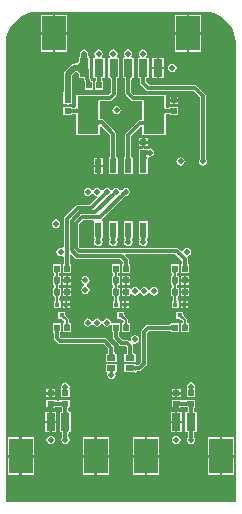
<source format=gbl>
G04*
G04 #@! TF.GenerationSoftware,Altium Limited,Altium Designer,23.3.1 (30)*
G04*
G04 Layer_Physical_Order=4*
G04 Layer_Color=16711680*
%FSLAX25Y25*%
%MOIN*%
G70*
G04*
G04 #@! TF.SameCoordinates,B8D109ED-CDE9-4BA8-ABFF-944DEA042C50*
G04*
G04*
G04 #@! TF.FilePolarity,Positive*
G04*
G01*
G75*
%ADD14C,0.00787*%
%ADD21R,0.02047X0.01850*%
%ADD22R,0.01850X0.02047*%
%ADD23R,0.07874X0.11811*%
%ADD24R,0.02953X0.05906*%
%ADD38C,0.01181*%
%ADD39C,0.01968*%
%ADD40C,0.02953*%
%ADD41C,0.01968*%
%ADD42R,0.03150X0.01968*%
%ADD43R,0.01575X0.01575*%
%ADD44R,0.02362X0.04724*%
%ADD45R,0.07047X0.12598*%
G36*
X66929Y164351D02*
X67637D01*
X69042Y164166D01*
X70411Y163799D01*
X71719Y163257D01*
X72946Y162549D01*
X74070Y161686D01*
X75072Y160684D01*
X75935Y159561D01*
X76643Y158334D01*
X77185Y157025D01*
X77552Y155656D01*
X77737Y154252D01*
X77737Y153543D01*
Y1003D01*
X1003D01*
X1003Y153543D01*
Y154252D01*
X1188Y155656D01*
X1555Y157025D01*
X2097Y158334D01*
X2806Y159561D01*
X3668Y160685D01*
X4670Y161686D01*
X5794Y162549D01*
X7021Y163257D01*
X8330Y163799D01*
X9698Y164166D01*
X11103Y164351D01*
X11811D01*
X66929Y164351D01*
D02*
G37*
%LPC*%
G36*
X66101Y163386D02*
X62164D01*
Y157480D01*
X66101D01*
Y163386D01*
D02*
G37*
G36*
X61376D02*
X57439D01*
Y157480D01*
X61376D01*
Y163386D01*
D02*
G37*
G36*
X21416D02*
X17479D01*
Y157480D01*
X21416D01*
Y163386D01*
D02*
G37*
G36*
X16691D02*
X12754D01*
Y157480D01*
X16691D01*
Y163386D01*
D02*
G37*
G36*
X66101Y156693D02*
X62164D01*
Y150787D01*
X66101D01*
Y156693D01*
D02*
G37*
G36*
X61376D02*
X57439D01*
Y150787D01*
X61376D01*
Y156693D01*
D02*
G37*
G36*
X21416D02*
X17479D01*
Y150787D01*
X21416D01*
Y156693D01*
D02*
G37*
G36*
X16691D02*
X12754D01*
Y150787D01*
X16691D01*
Y156693D01*
D02*
G37*
G36*
X27124Y151799D02*
X26587Y151692D01*
X26131Y151387D01*
X25826Y150931D01*
X25728Y150437D01*
X25714Y150406D01*
X25695Y149777D01*
X25673Y149533D01*
X25663Y149464D01*
X25482Y149016D01*
X25481D01*
Y149016D01*
X25254D01*
X25234Y148610D01*
X25249Y148572D01*
X25242Y148528D01*
X25254Y148509D01*
Y147694D01*
X25248Y147683D01*
X25234Y147546D01*
X25209Y147476D01*
X25168Y147415D01*
X25098Y147350D01*
X24985Y147282D01*
X24823Y147216D01*
X24611Y147159D01*
X24351Y147116D01*
X24044Y147089D01*
X23680Y147080D01*
X23668Y147074D01*
X23132Y146967D01*
X22676Y146663D01*
X20660Y144647D01*
X20356Y144191D01*
X20249Y143654D01*
Y137660D01*
X20243Y137647D01*
X20236Y136176D01*
X20226Y135778D01*
X20222Y135730D01*
X20229Y135709D01*
X20216Y135677D01*
X20236Y135628D01*
Y133445D01*
X21221D01*
X21654Y133359D01*
X22086Y133445D01*
X23071D01*
Y135628D01*
X23091Y135677D01*
X23090Y135680D01*
X23091Y135683D01*
X23064Y137651D01*
X23058Y137664D01*
Y143072D01*
X24221Y144234D01*
X24351Y144223D01*
X24611Y144179D01*
X24823Y144123D01*
X24985Y144057D01*
X25098Y143989D01*
X25168Y143924D01*
X25209Y143862D01*
X25234Y143793D01*
X25248Y143656D01*
X25254Y143645D01*
Y142323D01*
X26922D01*
X26944Y142065D01*
X26946Y141929D01*
X26973Y141868D01*
X27036Y141551D01*
X27253Y141226D01*
X27331Y141148D01*
X27329Y140909D01*
X27326Y140837D01*
X27325Y140826D01*
X27326Y140824D01*
X27326Y140824D01*
X27326Y140823D01*
X27332Y140804D01*
X27321Y140775D01*
X27341Y140726D01*
Y138347D01*
X29979D01*
Y141181D01*
X29388D01*
X29369Y141420D01*
X29368Y141552D01*
X29341Y141614D01*
X29278Y141931D01*
X29061Y142257D01*
X28995Y142323D01*
Y142323D01*
X29015Y142728D01*
X29012Y142735D01*
X29013Y142763D01*
X28995Y142800D01*
Y148509D01*
X29007Y148528D01*
X28999Y148572D01*
X29015Y148610D01*
X28995Y149016D01*
X28767D01*
Y149016D01*
X28767D01*
X28585Y149464D01*
X28576Y149529D01*
X28539Y150072D01*
X28535Y150400D01*
X28523Y150428D01*
X28422Y150931D01*
X28118Y151387D01*
X27662Y151692D01*
X27124Y151799D01*
D02*
G37*
G36*
X53601Y149016D02*
X52124D01*
Y146063D01*
X53601D01*
Y149016D01*
D02*
G37*
G36*
X51337D02*
X49861D01*
Y146063D01*
X51337D01*
Y149016D01*
D02*
G37*
G36*
X56537Y147074D02*
X55999Y146967D01*
X55544Y146663D01*
X55239Y146207D01*
X55132Y145669D01*
X55239Y145132D01*
X55544Y144676D01*
X55999Y144371D01*
X56537Y144264D01*
X57075Y144371D01*
X57530Y144676D01*
X57835Y145132D01*
X57942Y145669D01*
X57835Y146207D01*
X57530Y146663D01*
X57075Y146967D01*
X56537Y147074D01*
D02*
G37*
G36*
X53601Y145276D02*
X52124D01*
Y142323D01*
X53601D01*
Y145276D01*
D02*
G37*
G36*
X51337D02*
X49861D01*
Y142323D01*
X51337D01*
Y145276D01*
D02*
G37*
G36*
X31931Y151799D02*
X31393Y151692D01*
X30937Y151387D01*
X30633Y150931D01*
X30526Y150394D01*
X30633Y149856D01*
X30860Y149516D01*
X30718Y149118D01*
X30639Y149016D01*
X30176D01*
Y142323D01*
X30787D01*
X30820Y142305D01*
X30882Y142298D01*
X30885Y142297D01*
X30888Y142296D01*
X30901Y142281D01*
X30926Y142240D01*
X30956Y142167D01*
X30985Y142059D01*
X31008Y141919D01*
X31023Y141757D01*
X31019Y141639D01*
X30954Y141181D01*
X30954D01*
Y141181D01*
X30727D01*
X30706Y140775D01*
X30721Y140739D01*
X30714Y140695D01*
X30727Y140675D01*
Y138347D01*
X33365D01*
Y140675D01*
X33377Y140695D01*
X33370Y140739D01*
X33385Y140775D01*
X33365Y141181D01*
X33138D01*
Y141181D01*
X33137D01*
X33073Y141639D01*
X33067Y141724D01*
X33068Y141747D01*
X33083Y141919D01*
X33106Y142059D01*
X33135Y142167D01*
X33165Y142240D01*
X33190Y142281D01*
X33204Y142296D01*
X33206Y142297D01*
X33209Y142298D01*
X33271Y142305D01*
X33305Y142323D01*
X33916D01*
Y149016D01*
X33223D01*
X33144Y149118D01*
X33001Y149516D01*
X33229Y149856D01*
X33336Y150394D01*
X33229Y150931D01*
X32924Y151387D01*
X32468Y151692D01*
X31931Y151799D01*
D02*
G37*
G36*
X36852D02*
X36314Y151692D01*
X35859Y151387D01*
X35554Y150931D01*
X35447Y150394D01*
X35554Y149856D01*
X35781Y149516D01*
X35639Y149118D01*
X35560Y149016D01*
X35097D01*
Y142323D01*
X35708D01*
X35741Y142305D01*
X35803Y142298D01*
X35806Y142297D01*
X35809Y142296D01*
X35822Y142281D01*
X35847Y142240D01*
X35877Y142167D01*
X35906Y142059D01*
X35930Y141919D01*
X35945Y141747D01*
X35950Y141536D01*
X35963Y141507D01*
Y137383D01*
X35214Y136634D01*
X33071D01*
X33039Y136647D01*
X33037Y136646D01*
X33035Y136647D01*
X31854Y136635D01*
X31851Y136634D01*
X31280D01*
X31183Y136614D01*
X24429D01*
Y132615D01*
X24423Y132604D01*
X24417Y132542D01*
X24416Y132540D01*
X24414Y132538D01*
X24399Y132524D01*
X24357Y132498D01*
X24282Y132468D01*
X24172Y132439D01*
X24030Y132415D01*
X23856Y132400D01*
X23758Y132397D01*
X23529Y132404D01*
X23071Y132470D01*
Y132470D01*
X23071D01*
Y132697D01*
X22665Y132717D01*
X22629Y132702D01*
X22584Y132710D01*
X22565Y132697D01*
X20236D01*
Y130059D01*
X22565D01*
X22584Y130046D01*
X22629Y130054D01*
X22665Y130039D01*
X23071Y130059D01*
Y130286D01*
X23071D01*
Y130286D01*
X23529Y130351D01*
X23639Y130358D01*
X23720Y130359D01*
X23856Y130356D01*
X24030Y130341D01*
X24172Y130317D01*
X24282Y130288D01*
X24357Y130258D01*
X24399Y130232D01*
X24414Y130218D01*
X24416Y130216D01*
X24417Y130214D01*
X24423Y130152D01*
X24429Y130141D01*
Y123228D01*
X32264D01*
Y126110D01*
X32764Y126317D01*
X35867Y123214D01*
Y116564D01*
X35853Y116534D01*
X35848Y116323D01*
X35833Y116151D01*
X35826Y116108D01*
X35522Y115748D01*
X35295D01*
X35275Y115342D01*
X35279Y115333D01*
X35277Y115297D01*
X35295Y115264D01*
Y110236D01*
X38445D01*
Y115248D01*
X38445Y115264D01*
X38463Y115297D01*
X38462Y115333D01*
X38465Y115342D01*
X38445Y115748D01*
X38218Y115748D01*
X37914Y116108D01*
X37907Y116151D01*
X37892Y116323D01*
X37887Y116534D01*
X37874Y116564D01*
Y123630D01*
X37797Y124014D01*
X37580Y124339D01*
X33659Y128260D01*
X33334Y128477D01*
X33022Y128539D01*
X32960Y128567D01*
X32762Y128571D01*
X32601Y128584D01*
X32470Y128604D01*
X32369Y128629D01*
X32301Y128654D01*
X32272Y128670D01*
X32269Y128691D01*
X32264Y128701D01*
Y134391D01*
X32269Y134401D01*
X32276Y134463D01*
X32278Y134466D01*
X32280Y134470D01*
X32296Y134484D01*
X32338Y134510D01*
X32413Y134540D01*
X32522Y134569D01*
X32664Y134593D01*
X32838Y134608D01*
X33050Y134613D01*
X33080Y134626D01*
X35630D01*
X36014Y134703D01*
X36340Y134920D01*
X37677Y136257D01*
X37894Y136583D01*
X37970Y136967D01*
Y141507D01*
X37984Y141536D01*
X37989Y141747D01*
X38004Y141919D01*
X38028Y142059D01*
X38056Y142167D01*
X38087Y142240D01*
X38111Y142281D01*
X38125Y142296D01*
X38127Y142297D01*
X38130Y142298D01*
X38193Y142305D01*
X38226Y142323D01*
X38837D01*
Y149016D01*
X38144D01*
X38065Y149118D01*
X37923Y149516D01*
X38150Y149856D01*
X38257Y150394D01*
X38150Y150931D01*
X37845Y151387D01*
X37390Y151692D01*
X36852Y151799D01*
D02*
G37*
G36*
X58504Y136083D02*
X57480D01*
Y135158D01*
X58504D01*
Y136083D01*
D02*
G37*
G36*
X56693D02*
X55669D01*
Y135158D01*
X56693D01*
Y136083D01*
D02*
G37*
G36*
X58504Y134370D02*
X57480D01*
Y133445D01*
X58504D01*
Y134370D01*
D02*
G37*
G36*
X56693D02*
X55669D01*
Y133445D01*
X56693D01*
Y134370D01*
D02*
G37*
G36*
X41773Y151799D02*
X41236Y151692D01*
X40780Y151387D01*
X40475Y150931D01*
X40368Y150394D01*
X40475Y149856D01*
X40703Y149516D01*
X40560Y149118D01*
X40481Y149016D01*
X40018D01*
Y142323D01*
X40629D01*
X40663Y142305D01*
X40725Y142298D01*
X40728Y142297D01*
X40730Y142296D01*
X40744Y142281D01*
X40769Y142240D01*
X40799Y142167D01*
X40828Y142059D01*
X40851Y141919D01*
X40866Y141747D01*
X40872Y141536D01*
X40885Y141507D01*
Y137112D01*
X40961Y136728D01*
X41179Y136402D01*
X42660Y134920D01*
X42986Y134703D01*
X43370Y134626D01*
X45661D01*
X45690Y134613D01*
X45903Y134608D01*
X46076Y134593D01*
X46218Y134569D01*
X46327Y134540D01*
X46402Y134510D01*
X46445Y134484D01*
X46460Y134470D01*
X46463Y134466D01*
X46464Y134463D01*
X46471Y134401D01*
X46476Y134391D01*
Y128441D01*
X46471Y128431D01*
X46468Y128410D01*
X46439Y128394D01*
X46371Y128369D01*
X46271Y128345D01*
X46139Y128324D01*
X45978Y128312D01*
X45780Y128307D01*
X45718Y128279D01*
X45406Y128217D01*
X45081Y128000D01*
X41161Y124080D01*
X40943Y123754D01*
X40867Y123370D01*
Y116564D01*
X40854Y116534D01*
X40848Y116323D01*
X40833Y116151D01*
X40826Y116108D01*
X40522Y115748D01*
X40295D01*
X40275Y115342D01*
X40279Y115333D01*
X40277Y115297D01*
X40295Y115264D01*
Y110236D01*
X43445D01*
Y115248D01*
X43445Y115264D01*
X43463Y115297D01*
X43461Y115333D01*
X43465Y115342D01*
X43445Y115748D01*
X43218Y115748D01*
X42914Y116108D01*
X42907Y116151D01*
X42892Y116323D01*
X42887Y116534D01*
X42874Y116564D01*
Y122954D01*
X45976Y126057D01*
X46476Y125850D01*
Y123228D01*
X54311D01*
Y130141D01*
X54317Y130152D01*
X54324Y130214D01*
X54324Y130216D01*
X54326Y130218D01*
X54341Y130232D01*
X54383Y130258D01*
X54458Y130288D01*
X54568Y130317D01*
X54710Y130341D01*
X54884Y130356D01*
X54982Y130358D01*
X55211Y130351D01*
X55669Y130286D01*
Y130286D01*
X55669D01*
Y130059D01*
X56075Y130039D01*
X56112Y130054D01*
X56156Y130046D01*
X56175Y130059D01*
X58504D01*
Y132697D01*
X56175D01*
X56156Y132710D01*
X56112Y132702D01*
X56075Y132717D01*
X55669Y132697D01*
Y132470D01*
X55669D01*
Y132470D01*
X55211Y132405D01*
X55101Y132398D01*
X55020Y132396D01*
X54884Y132400D01*
X54710Y132415D01*
X54568Y132439D01*
X54458Y132468D01*
X54383Y132498D01*
X54341Y132524D01*
X54326Y132538D01*
X54324Y132540D01*
X54324Y132542D01*
X54317Y132604D01*
X54311Y132615D01*
Y136614D01*
X47558D01*
X47461Y136634D01*
X46889D01*
X46886Y136635D01*
X45705Y136647D01*
X45703Y136646D01*
X45701Y136647D01*
X45669Y136634D01*
X43786D01*
X42892Y137528D01*
Y141507D01*
X42905Y141536D01*
X42910Y141747D01*
X42925Y141919D01*
X42949Y142059D01*
X42978Y142167D01*
X43008Y142240D01*
X43033Y142281D01*
X43046Y142296D01*
X43049Y142297D01*
X43052Y142298D01*
X43114Y142305D01*
X43147Y142323D01*
X43758D01*
Y149016D01*
X43065D01*
X42986Y149118D01*
X42844Y149516D01*
X43071Y149856D01*
X43178Y150394D01*
X43071Y150931D01*
X42767Y151387D01*
X42311Y151692D01*
X41773Y151799D01*
D02*
G37*
G36*
X37921Y132905D02*
X37384Y132798D01*
X36928Y132493D01*
X36623Y132038D01*
X36516Y131500D01*
X36623Y130962D01*
X36928Y130507D01*
X37384Y130202D01*
X37921Y130095D01*
X38459Y130202D01*
X38915Y130507D01*
X39219Y130962D01*
X39326Y131500D01*
X39219Y132038D01*
X38915Y132493D01*
X38459Y132798D01*
X37921Y132905D01*
D02*
G37*
G36*
X48287Y122106D02*
X47264D01*
Y121181D01*
X48287D01*
Y122106D01*
D02*
G37*
G36*
X46476D02*
X45453D01*
Y121181D01*
X46476D01*
Y122106D01*
D02*
G37*
G36*
X48287Y120394D02*
X47264D01*
Y119468D01*
X48287D01*
Y120394D01*
D02*
G37*
G36*
X46476D02*
X45453D01*
Y119468D01*
X46476D01*
Y120394D01*
D02*
G37*
G36*
X49114Y118807D02*
X48779Y118740D01*
X48287Y118720D01*
X47882Y118741D01*
X47845Y118726D01*
X47801Y118733D01*
X47782Y118720D01*
X47303D01*
X46870Y118807D01*
X46437Y118720D01*
X45453D01*
Y116649D01*
X45452Y116615D01*
X45448Y116526D01*
X45432Y116488D01*
X45434Y116485D01*
X45432Y116482D01*
X45435Y116276D01*
X45415Y115869D01*
X45401Y115748D01*
X45295D01*
X45275Y115342D01*
X45295Y115293D01*
Y110236D01*
X48445D01*
Y115293D01*
X48465Y115342D01*
X48450Y115642D01*
X48781Y116014D01*
X48840Y116051D01*
X49114Y115997D01*
X49652Y116104D01*
X50108Y116408D01*
X50412Y116864D01*
X50519Y117402D01*
X50412Y117939D01*
X50108Y118395D01*
X49652Y118700D01*
X49114Y118807D01*
D02*
G37*
G36*
X33445Y115748D02*
X32264D01*
Y113386D01*
X33445D01*
Y115748D01*
D02*
G37*
G36*
X31476D02*
X30295D01*
Y113386D01*
X31476D01*
Y115748D01*
D02*
G37*
G36*
X46694Y151799D02*
X46157Y151692D01*
X45701Y151387D01*
X45397Y150931D01*
X45289Y150394D01*
X45397Y149856D01*
X45624Y149516D01*
X45482Y149118D01*
X45402Y149016D01*
X44939D01*
Y142323D01*
X45550D01*
X45584Y142305D01*
X45646Y142298D01*
X45649Y142297D01*
X45651Y142296D01*
X45665Y142281D01*
X45690Y142240D01*
X45720Y142167D01*
X45749Y142059D01*
X45772Y141919D01*
X45787Y141747D01*
X45793Y141536D01*
X45806Y141507D01*
Y140691D01*
X45882Y140306D01*
X46100Y139981D01*
X47790Y138290D01*
X48116Y138073D01*
X48500Y137996D01*
X63584D01*
X65729Y135852D01*
Y115842D01*
X65716Y115811D01*
X65715Y115707D01*
X65708Y115534D01*
X65695Y115407D01*
X65689Y115373D01*
X65684Y115353D01*
X65680Y115345D01*
X65680Y115340D01*
X65676Y115328D01*
X65434Y114967D01*
X65327Y114429D01*
X65434Y113891D01*
X65739Y113436D01*
X66195Y113131D01*
X66732Y113024D01*
X67270Y113131D01*
X67726Y113436D01*
X68030Y113891D01*
X68137Y114429D01*
X68030Y114967D01*
X67789Y115328D01*
X67785Y115340D01*
X67784Y115345D01*
X67781Y115353D01*
X67776Y115373D01*
X67771Y115400D01*
X67750Y115713D01*
X67749Y115811D01*
X67736Y115842D01*
Y136268D01*
X67659Y136652D01*
X67442Y136977D01*
X64710Y139710D01*
X64384Y139927D01*
X64000Y140004D01*
X48916D01*
X47813Y141106D01*
Y141507D01*
X47826Y141536D01*
X47831Y141747D01*
X47847Y141919D01*
X47870Y142059D01*
X47899Y142167D01*
X47929Y142240D01*
X47954Y142281D01*
X47967Y142296D01*
X47970Y142297D01*
X47973Y142298D01*
X48035Y142305D01*
X48068Y142323D01*
X48680D01*
Y149016D01*
X47987D01*
X47908Y149118D01*
X47765Y149516D01*
X47993Y149856D01*
X48099Y150394D01*
X47993Y150931D01*
X47688Y151387D01*
X47232Y151692D01*
X46694Y151799D01*
D02*
G37*
G36*
X59252Y115834D02*
X58714Y115727D01*
X58258Y115423D01*
X57954Y114967D01*
X57847Y114429D01*
X57954Y113891D01*
X58258Y113436D01*
X58714Y113131D01*
X59252Y113024D01*
X59790Y113131D01*
X60245Y113436D01*
X60550Y113891D01*
X60657Y114429D01*
X60550Y114967D01*
X60245Y115423D01*
X59790Y115727D01*
X59252Y115834D01*
D02*
G37*
G36*
X33445Y112598D02*
X32264D01*
Y110236D01*
X33445D01*
Y112598D01*
D02*
G37*
G36*
X31476D02*
X30295D01*
Y110236D01*
X31476D01*
Y112598D01*
D02*
G37*
G36*
X40945Y105736D02*
X40407Y105629D01*
X39951Y105324D01*
X39647Y104868D01*
X39625Y104758D01*
X39115D01*
X39093Y104868D01*
X38789Y105324D01*
X38333Y105629D01*
X37795Y105736D01*
X37258Y105629D01*
X36802Y105324D01*
X36497Y104868D01*
X36475Y104758D01*
X35966D01*
X35944Y104868D01*
X35639Y105324D01*
X35183Y105629D01*
X34646Y105736D01*
X34108Y105629D01*
X33652Y105324D01*
X33348Y104868D01*
X33326Y104758D01*
X32816D01*
X32794Y104868D01*
X32489Y105324D01*
X32034Y105629D01*
X31496Y105736D01*
X30958Y105629D01*
X30503Y105324D01*
X30198Y104868D01*
X30176Y104758D01*
X29666D01*
X29645Y104868D01*
X29340Y105324D01*
X28884Y105629D01*
X28346Y105736D01*
X27809Y105629D01*
X27353Y105324D01*
X27049Y104868D01*
X26941Y104331D01*
X27049Y103793D01*
X27353Y103337D01*
X27809Y103033D01*
X28346Y102926D01*
X28884Y103033D01*
X29340Y103337D01*
X29645Y103793D01*
X29666Y103903D01*
X30176D01*
X30198Y103793D01*
X30503Y103337D01*
X30958Y103033D01*
X31355Y102954D01*
X31539Y102561D01*
X31552Y102444D01*
X29112Y100004D01*
X25000D01*
X24616Y99927D01*
X24290Y99710D01*
X20668Y96087D01*
X20451Y95762D01*
X20374Y95378D01*
Y85787D01*
X19874Y85520D01*
X19829Y85550D01*
X19291Y85657D01*
X18754Y85550D01*
X18298Y85245D01*
X17993Y84790D01*
X17886Y84252D01*
X17993Y83714D01*
X18298Y83258D01*
X18754Y82954D01*
X19291Y82847D01*
X19829Y82954D01*
X19874Y82984D01*
X20374Y82717D01*
Y80975D01*
X20361Y80946D01*
X20351Y80616D01*
X20286Y80158D01*
X20286D01*
Y80158D01*
X20059D01*
X20039Y79752D01*
X20054Y79715D01*
X20046Y79671D01*
X20059Y79652D01*
Y77323D01*
X22697D01*
Y79652D01*
X22710Y79671D01*
X22702Y79715D01*
X22717Y79752D01*
X22697Y80158D01*
X22470D01*
Y80158D01*
X22470D01*
X22405Y80616D01*
X22398Y80726D01*
X22395Y80939D01*
X22381Y80969D01*
Y83308D01*
X22843Y83499D01*
X24052Y82290D01*
X24378Y82073D01*
X24762Y81997D01*
X39084D01*
X40059Y81021D01*
Y80975D01*
X40047Y80946D01*
X40036Y80616D01*
X39971Y80158D01*
X39971D01*
Y80158D01*
X39744D01*
X39724Y79752D01*
X39739Y79715D01*
X39731Y79671D01*
X39744Y79652D01*
Y77323D01*
X42382D01*
Y79652D01*
X42395Y79671D01*
X42387Y79715D01*
X42402Y79752D01*
X42382Y80158D01*
X42155D01*
Y80158D01*
X42155D01*
X42090Y80616D01*
X42083Y80726D01*
X42080Y80939D01*
X42066Y80969D01*
Y81437D01*
X41990Y81821D01*
X41773Y82147D01*
X40810Y83109D01*
X41001Y83571D01*
X57509D01*
X59745Y81336D01*
Y80975D01*
X59732Y80946D01*
X59721Y80616D01*
X59656Y80158D01*
X59656D01*
Y80158D01*
X59429D01*
X59409Y79752D01*
X59424Y79715D01*
X59416Y79671D01*
X59429Y79652D01*
Y77323D01*
X62067D01*
Y79652D01*
X62080Y79671D01*
X62072Y79715D01*
X62087Y79752D01*
X62067Y80158D01*
X61840D01*
Y80158D01*
X61840D01*
X61775Y80616D01*
X61768Y80726D01*
X61765Y80939D01*
X61752Y80969D01*
Y81752D01*
X61675Y82136D01*
X61512Y82380D01*
X61572Y82682D01*
X61700Y82927D01*
X61837Y82954D01*
X62293Y83258D01*
X62597Y83714D01*
X62704Y84252D01*
X62597Y84790D01*
X62293Y85245D01*
X61837Y85550D01*
X61299Y85657D01*
X60762Y85550D01*
X60306Y85245D01*
X60001Y84790D01*
X59974Y84652D01*
X59431Y84488D01*
X58635Y85284D01*
X58309Y85502D01*
X57925Y85578D01*
X25830D01*
X25531Y85877D01*
Y93658D01*
X26720Y94847D01*
X29954D01*
X30295Y94488D01*
X30295Y94347D01*
Y89476D01*
X30295Y89461D01*
X30277Y89428D01*
X30279Y89391D01*
X30275Y89382D01*
X30295Y88976D01*
X30522Y88976D01*
X30790Y88570D01*
X30814Y88500D01*
X30813Y88497D01*
X30572Y88136D01*
X30465Y87598D01*
X30572Y87061D01*
X30877Y86605D01*
X31332Y86300D01*
X31870Y86194D01*
X32408Y86300D01*
X32864Y86605D01*
X33168Y87061D01*
X33275Y87598D01*
X33168Y88136D01*
X32927Y88497D01*
X32926Y88500D01*
X32950Y88570D01*
X33218Y88976D01*
X33445D01*
X33465Y89382D01*
X33461Y89391D01*
X33463Y89428D01*
X33445Y89461D01*
Y94488D01*
X33029D01*
X32946Y94988D01*
X33174Y95141D01*
X40655Y102622D01*
X40687Y102635D01*
X40761Y102708D01*
X40888Y102825D01*
X40987Y102906D01*
X41016Y102926D01*
X41033Y102936D01*
X41041Y102939D01*
X41045Y102942D01*
X41057Y102948D01*
X41482Y103033D01*
X41938Y103337D01*
X42243Y103793D01*
X42350Y104331D01*
X42243Y104868D01*
X41938Y105324D01*
X41482Y105629D01*
X40945Y105736D01*
D02*
G37*
G36*
X17717Y95106D02*
X17179Y94999D01*
X16723Y94694D01*
X16419Y94238D01*
X16312Y93701D01*
X16419Y93163D01*
X16723Y92707D01*
X17179Y92403D01*
X17717Y92296D01*
X18254Y92403D01*
X18710Y92707D01*
X19015Y93163D01*
X19121Y93701D01*
X19015Y94238D01*
X18710Y94694D01*
X18254Y94999D01*
X17717Y95106D01*
D02*
G37*
G36*
X48445Y94488D02*
X45295D01*
Y89476D01*
X45295Y89461D01*
X45277Y89428D01*
X45279Y89391D01*
X45275Y89382D01*
X45295Y88976D01*
X45522Y88976D01*
X45790Y88570D01*
X45814Y88500D01*
X45813Y88497D01*
X45572Y88136D01*
X45465Y87598D01*
X45572Y87061D01*
X45877Y86605D01*
X46332Y86300D01*
X46870Y86194D01*
X47408Y86300D01*
X47864Y86605D01*
X48168Y87061D01*
X48275Y87598D01*
X48168Y88136D01*
X47927Y88497D01*
X47926Y88500D01*
X47950Y88570D01*
X48218Y88976D01*
X48445D01*
X48465Y89382D01*
X48461Y89391D01*
X48463Y89428D01*
X48445Y89461D01*
Y94488D01*
D02*
G37*
G36*
X43445D02*
X40295D01*
Y89476D01*
X40295Y89461D01*
X40277Y89428D01*
X40279Y89391D01*
X40275Y89382D01*
X40295Y88976D01*
X40522Y88976D01*
X40790Y88570D01*
X40814Y88500D01*
X40813Y88497D01*
X40572Y88136D01*
X40465Y87598D01*
X40572Y87061D01*
X40877Y86605D01*
X41332Y86300D01*
X41870Y86194D01*
X42408Y86300D01*
X42864Y86605D01*
X43168Y87061D01*
X43275Y87598D01*
X43168Y88136D01*
X42927Y88497D01*
X42926Y88500D01*
X42950Y88570D01*
X43218Y88976D01*
X43445D01*
X43465Y89382D01*
X43461Y89391D01*
X43463Y89428D01*
X43445Y89461D01*
Y94488D01*
D02*
G37*
G36*
X38445D02*
X35295D01*
Y89476D01*
X35295Y89461D01*
X35277Y89428D01*
X35279Y89391D01*
X35275Y89382D01*
X35295Y88976D01*
X35522Y88976D01*
X35790Y88570D01*
X35814Y88500D01*
X35813Y88497D01*
X35572Y88136D01*
X35465Y87598D01*
X35572Y87061D01*
X35877Y86605D01*
X36332Y86300D01*
X36870Y86194D01*
X37408Y86300D01*
X37863Y86605D01*
X38168Y87061D01*
X38275Y87598D01*
X38168Y88136D01*
X37927Y88497D01*
X37926Y88500D01*
X37950Y88570D01*
X38218Y88976D01*
X38445D01*
X38465Y89382D01*
X38462Y89391D01*
X38463Y89428D01*
X38445Y89461D01*
Y94488D01*
D02*
G37*
G36*
X42382Y76221D02*
X41457D01*
Y75197D01*
X42382D01*
Y76221D01*
D02*
G37*
G36*
X62067D02*
X61142D01*
Y75197D01*
X62067D01*
Y76221D01*
D02*
G37*
G36*
X22697D02*
X21772D01*
Y75197D01*
X22697D01*
Y76221D01*
D02*
G37*
G36*
X40669D02*
X39744D01*
Y75197D01*
X40669D01*
Y76221D01*
D02*
G37*
G36*
X60354D02*
X59429D01*
Y75197D01*
X60354D01*
Y76221D01*
D02*
G37*
G36*
X20984D02*
X20059D01*
Y75197D01*
X20984D01*
Y76221D01*
D02*
G37*
G36*
X62067Y74410D02*
X61142D01*
Y73386D01*
X62067D01*
Y74410D01*
D02*
G37*
G36*
X60354D02*
X59429D01*
Y73386D01*
X60354D01*
Y74410D01*
D02*
G37*
G36*
X42382D02*
X41457D01*
Y73386D01*
X42382D01*
Y74410D01*
D02*
G37*
G36*
X40669D02*
X39744D01*
Y73386D01*
X40669D01*
Y74410D01*
D02*
G37*
G36*
X22697D02*
X21772D01*
Y73386D01*
X22697D01*
Y74410D01*
D02*
G37*
G36*
X20984D02*
X20059D01*
Y73386D01*
X20984D01*
Y74410D01*
D02*
G37*
G36*
X50394Y72547D02*
X49856Y72440D01*
X49400Y72135D01*
X49096Y71679D01*
X49074Y71569D01*
X48564D01*
X48542Y71679D01*
X48237Y72135D01*
X47782Y72440D01*
X47244Y72547D01*
X46706Y72440D01*
X46251Y72135D01*
X45946Y71679D01*
X45924Y71569D01*
X45414D01*
X45393Y71679D01*
X45088Y72135D01*
X44632Y72440D01*
X44094Y72547D01*
X43557Y72440D01*
X43101Y72135D01*
X42882Y71807D01*
X42382Y71959D01*
Y72284D01*
X41457D01*
Y70866D01*
X41063D01*
D01*
X41457D01*
Y69449D01*
X42382D01*
Y70325D01*
X42882Y70476D01*
X43101Y70148D01*
X43557Y69844D01*
X44094Y69737D01*
X44632Y69844D01*
X45088Y70148D01*
X45393Y70604D01*
X45414Y70714D01*
X45924D01*
X45946Y70604D01*
X46251Y70148D01*
X46706Y69844D01*
X47244Y69737D01*
X47782Y69844D01*
X48237Y70148D01*
X48542Y70604D01*
X48564Y70714D01*
X49074D01*
X49096Y70604D01*
X49400Y70148D01*
X49856Y69844D01*
X50394Y69737D01*
X50931Y69844D01*
X51387Y70148D01*
X51692Y70604D01*
X51799Y71142D01*
X51692Y71679D01*
X51387Y72135D01*
X50931Y72440D01*
X50394Y72547D01*
D02*
G37*
G36*
X22697Y72284D02*
X21772D01*
Y71260D01*
X22697D01*
Y72284D01*
D02*
G37*
G36*
X62067D02*
X61142D01*
Y71260D01*
X62067D01*
Y72284D01*
D02*
G37*
G36*
X40669D02*
X39744D01*
Y71260D01*
X40669D01*
Y72284D01*
D02*
G37*
G36*
X20984D02*
X20059D01*
Y71260D01*
X20984D01*
Y72284D01*
D02*
G37*
G36*
X60354D02*
X59429D01*
Y71260D01*
X60354D01*
Y72284D01*
D02*
G37*
G36*
X27559Y76208D02*
X27021Y76101D01*
X26566Y75797D01*
X26261Y75341D01*
X26154Y74803D01*
X26261Y74265D01*
X26566Y73810D01*
X27021Y73505D01*
X27132Y73483D01*
Y72974D01*
X27021Y72952D01*
X26566Y72647D01*
X26261Y72191D01*
X26154Y71653D01*
X26261Y71116D01*
X26566Y70660D01*
X27021Y70356D01*
X27559Y70249D01*
X28097Y70356D01*
X28552Y70660D01*
X28857Y71116D01*
X28964Y71653D01*
X28857Y72191D01*
X28552Y72647D01*
X28097Y72952D01*
X27987Y72974D01*
Y73483D01*
X28097Y73505D01*
X28552Y73810D01*
X28857Y74265D01*
X28964Y74803D01*
X28857Y75341D01*
X28552Y75797D01*
X28097Y76101D01*
X27559Y76208D01*
D02*
G37*
G36*
X62067Y70472D02*
X61142D01*
Y69449D01*
X62067D01*
Y70472D01*
D02*
G37*
G36*
X60354D02*
X59429D01*
Y69449D01*
X60354D01*
Y70472D01*
D02*
G37*
G36*
X40669D02*
X39744D01*
Y69449D01*
X40669D01*
Y70472D01*
D02*
G37*
G36*
X22697D02*
X21772D01*
Y69449D01*
X22697D01*
Y70472D01*
D02*
G37*
G36*
X20984D02*
X20059D01*
Y69449D01*
X20984D01*
Y70472D01*
D02*
G37*
G36*
X38996Y80158D02*
X36358D01*
Y77323D01*
X36810D01*
X36816Y77308D01*
X36831Y77252D01*
X36845Y77171D01*
X36854Y77066D01*
X36858Y76930D01*
X36874Y76892D01*
Y76651D01*
X36858Y76613D01*
X36854Y76477D01*
X36845Y76372D01*
X36831Y76291D01*
X36816Y76235D01*
X36810Y76221D01*
X36358D01*
Y73386D01*
X36813D01*
X36815Y73381D01*
X36831Y73322D01*
X36845Y73239D01*
X36854Y73132D01*
X36858Y72993D01*
X36874Y72955D01*
Y72714D01*
X36858Y72676D01*
X36854Y72540D01*
X36845Y72435D01*
X36831Y72354D01*
X36816Y72298D01*
X36810Y72284D01*
X36358D01*
Y69449D01*
X36922D01*
X36924Y69444D01*
X36939Y69385D01*
X36953Y69302D01*
X36962Y69195D01*
X36966Y69056D01*
X36983Y69018D01*
Y68342D01*
X36966Y68303D01*
X36963Y68162D01*
X36956Y68049D01*
X36946Y67957D01*
X36937Y67913D01*
X36713Y67913D01*
X36692Y67508D01*
X36698Y67492D01*
X36697Y67444D01*
X36713Y67418D01*
Y65551D01*
X39075D01*
Y67913D01*
X38653D01*
X38647Y67928D01*
X38631Y67984D01*
X38618Y68065D01*
X38609Y68170D01*
X38605Y68306D01*
X38588Y68344D01*
Y69018D01*
X38605Y69056D01*
X38763Y69449D01*
X38764D01*
Y69449D01*
X38996Y69449D01*
X38999Y69867D01*
X38997Y69872D01*
X38997Y69912D01*
X38996Y69913D01*
Y72284D01*
X38544D01*
X38538Y72298D01*
X38523Y72354D01*
X38510Y72435D01*
X38500Y72540D01*
X38497Y72676D01*
X38480Y72714D01*
Y72955D01*
X38497Y72993D01*
X38500Y73132D01*
X38510Y73239D01*
X38524Y73322D01*
X38539Y73381D01*
X38541Y73386D01*
X38996D01*
Y76221D01*
X38544D01*
X38538Y76235D01*
X38523Y76291D01*
X38510Y76372D01*
X38500Y76477D01*
X38497Y76613D01*
X38480Y76651D01*
Y76892D01*
X38497Y76930D01*
X38500Y77066D01*
X38510Y77171D01*
X38523Y77252D01*
X38538Y77308D01*
X38544Y77323D01*
X38996D01*
Y80158D01*
D02*
G37*
G36*
X58681D02*
X56043D01*
Y77323D01*
X56495D01*
X56501Y77308D01*
X56516Y77252D01*
X56530Y77171D01*
X56539Y77066D01*
X56542Y76930D01*
X56559Y76892D01*
Y76651D01*
X56542Y76613D01*
X56539Y76477D01*
X56530Y76372D01*
X56516Y76291D01*
X56501Y76235D01*
X56495Y76221D01*
X56043D01*
Y73386D01*
X56498D01*
X56500Y73381D01*
X56516Y73322D01*
X56530Y73239D01*
X56539Y73132D01*
X56542Y72993D01*
X56559Y72955D01*
Y72714D01*
X56542Y72676D01*
X56539Y72540D01*
X56530Y72435D01*
X56516Y72354D01*
X56501Y72298D01*
X56495Y72284D01*
X56043D01*
Y69449D01*
X56607D01*
X56609Y69444D01*
X56624Y69385D01*
X56638Y69302D01*
X56647Y69195D01*
X56651Y69056D01*
X56668Y69018D01*
Y68342D01*
X56651Y68303D01*
X56648Y68162D01*
X56641Y68049D01*
X56631Y67957D01*
X56622Y67913D01*
X56398Y67913D01*
X56377Y67508D01*
X56384Y67492D01*
X56382Y67444D01*
X56398Y67418D01*
Y65551D01*
X58760D01*
Y67913D01*
X58338D01*
X58332Y67928D01*
X58316Y67984D01*
X58303Y68065D01*
X58294Y68170D01*
X58290Y68306D01*
X58273Y68344D01*
Y69018D01*
X58290Y69056D01*
X58448Y69449D01*
X58449D01*
Y69449D01*
X58681Y69449D01*
X58684Y69867D01*
X58682Y69872D01*
X58682Y69912D01*
X58681Y69913D01*
Y72284D01*
X58229D01*
X58223Y72298D01*
X58208Y72354D01*
X58195Y72435D01*
X58185Y72540D01*
X58182Y72676D01*
X58165Y72714D01*
Y72955D01*
X58182Y72993D01*
X58185Y73132D01*
X58195Y73239D01*
X58209Y73322D01*
X58224Y73381D01*
X58226Y73386D01*
X58681D01*
Y76221D01*
X58229D01*
X58223Y76235D01*
X58208Y76291D01*
X58195Y76372D01*
X58185Y76477D01*
X58182Y76613D01*
X58165Y76651D01*
Y76892D01*
X58182Y76930D01*
X58185Y77066D01*
X58195Y77171D01*
X58208Y77252D01*
X58223Y77308D01*
X58229Y77323D01*
X58681D01*
Y80158D01*
D02*
G37*
G36*
X19311D02*
X16673D01*
Y77323D01*
X17125D01*
X17131Y77308D01*
X17146Y77252D01*
X17160Y77171D01*
X17169Y77066D01*
X17172Y76930D01*
X17189Y76892D01*
Y76651D01*
X17172Y76613D01*
X17169Y76477D01*
X17160Y76372D01*
X17146Y76291D01*
X17131Y76235D01*
X17125Y76221D01*
X16673D01*
Y73386D01*
X17128D01*
X17130Y73381D01*
X17146Y73322D01*
X17160Y73239D01*
X17169Y73132D01*
X17172Y72993D01*
X17189Y72955D01*
Y72714D01*
X17172Y72676D01*
X17169Y72540D01*
X17160Y72435D01*
X17146Y72354D01*
X17131Y72298D01*
X17125Y72284D01*
X16673D01*
Y69449D01*
X17237D01*
X17239Y69444D01*
X17254Y69385D01*
X17268Y69302D01*
X17277Y69195D01*
X17281Y69056D01*
X17298Y69018D01*
Y68342D01*
X17281Y68303D01*
X17278Y68162D01*
X17271Y68049D01*
X17260Y67957D01*
X17252Y67913D01*
X17028Y67913D01*
X17007Y67508D01*
X17014Y67492D01*
X17012Y67444D01*
X17028Y67418D01*
Y65551D01*
X19390D01*
Y67913D01*
X18968D01*
X18962Y67928D01*
X18946Y67984D01*
X18933Y68065D01*
X18924Y68170D01*
X18920Y68306D01*
X18903Y68344D01*
Y69018D01*
X18920Y69056D01*
X19078Y69449D01*
X19079D01*
Y69449D01*
X19311Y69449D01*
X19314Y69867D01*
X19311Y69872D01*
X19311Y69912D01*
X19311Y69913D01*
Y72284D01*
X18859D01*
X18853Y72298D01*
X18838Y72354D01*
X18825Y72435D01*
X18815Y72540D01*
X18812Y72676D01*
X18795Y72714D01*
Y72955D01*
X18812Y72993D01*
X18815Y73132D01*
X18825Y73239D01*
X18838Y73322D01*
X18854Y73381D01*
X18856Y73386D01*
X19311D01*
Y76221D01*
X18859D01*
X18853Y76235D01*
X18838Y76291D01*
X18825Y76372D01*
X18815Y76477D01*
X18812Y76613D01*
X18795Y76651D01*
Y76892D01*
X18812Y76930D01*
X18815Y77066D01*
X18825Y77171D01*
X18838Y77252D01*
X18853Y77308D01*
X18859Y77323D01*
X19311D01*
Y80158D01*
D02*
G37*
G36*
X42028Y67913D02*
X41240D01*
Y67126D01*
X42028D01*
Y67913D01*
D02*
G37*
G36*
X22343D02*
X21555D01*
Y67126D01*
X22343D01*
Y67913D01*
D02*
G37*
G36*
X61713D02*
X60925D01*
Y67126D01*
X61713D01*
Y67913D01*
D02*
G37*
G36*
X40453D02*
X39665D01*
Y67126D01*
X40453D01*
Y67913D01*
D02*
G37*
G36*
X20768D02*
X19980D01*
Y67126D01*
X20768D01*
Y67913D01*
D02*
G37*
G36*
X60138D02*
X59350D01*
Y67126D01*
X60138D01*
Y67913D01*
D02*
G37*
G36*
X61713Y66339D02*
X60925D01*
Y65551D01*
X61713D01*
Y66339D01*
D02*
G37*
G36*
X60138D02*
X59350D01*
Y65551D01*
X60138D01*
Y66339D01*
D02*
G37*
G36*
X42028D02*
X41240D01*
Y65551D01*
X42028D01*
Y66339D01*
D02*
G37*
G36*
X40453D02*
X39665D01*
Y65551D01*
X40453D01*
Y66339D01*
D02*
G37*
G36*
X22343D02*
X21555D01*
Y65551D01*
X22343D01*
Y66339D01*
D02*
G37*
G36*
X20768D02*
X19980D01*
Y65551D01*
X20768D01*
Y66339D01*
D02*
G37*
G36*
X34646Y62153D02*
X34108Y62046D01*
X33652Y61742D01*
X33348Y61286D01*
X33326Y61176D01*
X32816D01*
X32794Y61286D01*
X32489Y61742D01*
X32034Y62046D01*
X31496Y62153D01*
X30958Y62046D01*
X30503Y61742D01*
X30198Y61286D01*
X30176Y61176D01*
X29666D01*
X29645Y61286D01*
X29340Y61742D01*
X28884Y62046D01*
X28346Y62153D01*
X27809Y62046D01*
X27353Y61742D01*
X27049Y61286D01*
X26941Y60748D01*
X27049Y60210D01*
X27353Y59755D01*
X27809Y59450D01*
X28346Y59343D01*
X28884Y59450D01*
X29340Y59755D01*
X29645Y60210D01*
X29666Y60321D01*
X30176D01*
X30198Y60210D01*
X30503Y59755D01*
X30958Y59450D01*
X31496Y59343D01*
X32034Y59450D01*
X32489Y59755D01*
X32794Y60210D01*
X32816Y60321D01*
X33326D01*
X33348Y60210D01*
X33652Y59755D01*
X34108Y59450D01*
X34646Y59343D01*
X35183Y59450D01*
X35639Y59755D01*
X35858Y60083D01*
X36358Y59931D01*
Y58143D01*
X36345Y58124D01*
X36353Y58080D01*
X36338Y58043D01*
X36358Y57638D01*
X36585D01*
Y57638D01*
X36585D01*
X36650Y57180D01*
X36657Y57069D01*
X36661Y56856D01*
X36674Y56826D01*
Y55823D01*
X36750Y55439D01*
X36968Y55113D01*
X38790Y53290D01*
X39116Y53073D01*
X39500Y52996D01*
X41084D01*
X41516Y52565D01*
Y51209D01*
X41503Y51180D01*
X41498Y50969D01*
X41482Y50798D01*
X41459Y50657D01*
X41430Y50550D01*
X41400Y50476D01*
X41375Y50436D01*
X41362Y50421D01*
X41359Y50419D01*
X41356Y50418D01*
X41294Y50412D01*
X41261Y50394D01*
X40551D01*
Y47638D01*
X44488D01*
Y50394D01*
X43779D01*
X43745Y50412D01*
X43683Y50418D01*
X43680Y50419D01*
X43678Y50421D01*
X43664Y50436D01*
X43639Y50476D01*
X43609Y50550D01*
X43580Y50657D01*
X43557Y50798D01*
X43542Y50969D01*
X43536Y51180D01*
X43523Y51209D01*
Y52980D01*
X43447Y53364D01*
X43772Y53777D01*
X44094Y53713D01*
X44632Y53820D01*
X45088Y54125D01*
X45393Y54580D01*
X45500Y55118D01*
X45393Y55656D01*
X45088Y56112D01*
X44632Y56416D01*
X44094Y56523D01*
X43557Y56416D01*
X43101Y56112D01*
X42796Y55656D01*
X42690Y55118D01*
X42735Y54892D01*
X42274Y54645D01*
X42210Y54710D01*
X41884Y54927D01*
X41500Y55003D01*
X39916D01*
X38681Y56239D01*
Y56821D01*
X38694Y56849D01*
X38704Y57180D01*
X38769Y57638D01*
X38769D01*
Y57638D01*
X38996D01*
X39017Y58043D01*
X39001Y58080D01*
X39009Y58124D01*
X38996Y58143D01*
Y60472D01*
X36506D01*
X36185Y60666D01*
X36033Y60838D01*
X35944Y61286D01*
X35639Y61742D01*
X35183Y62046D01*
X34646Y62153D01*
D02*
G37*
G36*
X56449Y60493D02*
X56043Y60473D01*
Y60245D01*
X56043Y60245D01*
Y60245D01*
X55595Y60087D01*
X55469Y60076D01*
X55260Y60072D01*
X55230Y60059D01*
X48474D01*
X48090Y59982D01*
X47765Y59765D01*
X46290Y58290D01*
X46073Y57965D01*
X45996Y57581D01*
Y47416D01*
X45077Y46496D01*
X44940Y46501D01*
X44488Y46623D01*
Y46623D01*
X44488Y46623D01*
X44488Y46850D01*
X44082Y46871D01*
X44060Y46862D01*
X44014Y46865D01*
X43990Y46850D01*
X43988Y46850D01*
X40551D01*
Y44094D01*
X43988D01*
X43990Y44094D01*
X44014Y44080D01*
X44060Y44083D01*
X44082Y44074D01*
X44488Y44094D01*
Y44322D01*
X44488Y44322D01*
Y44322D01*
X44941Y44443D01*
X45060Y44452D01*
X45271Y44456D01*
X45301Y44469D01*
X45472D01*
X45856Y44545D01*
X46182Y44763D01*
X47710Y46290D01*
X47927Y46616D01*
X48004Y47000D01*
Y57165D01*
X48890Y58052D01*
X55230D01*
X55260Y58039D01*
X55475Y58034D01*
X55595Y58027D01*
X56043Y57865D01*
Y57865D01*
X56043Y57865D01*
X56043Y57638D01*
X56449Y57617D01*
X56464Y57623D01*
X56511Y57622D01*
X56538Y57638D01*
X58681D01*
Y60472D01*
X56543D01*
X56538Y60473D01*
X56511Y60488D01*
X56464Y60487D01*
X56449Y60493D01*
D02*
G37*
G36*
X60236Y64370D02*
X57874D01*
Y62008D01*
X58644D01*
X58649Y62005D01*
X58661Y62008D01*
X58697D01*
X58717Y61999D01*
X58737Y62008D01*
X58992D01*
X59019Y61992D01*
X59116Y61924D01*
X59382Y61698D01*
X59534Y61550D01*
X59574Y61535D01*
X59945Y61164D01*
Y60903D01*
X59928Y60865D01*
X59925Y60729D01*
X59916Y60624D01*
X59902Y60543D01*
X59887Y60487D01*
X59881Y60472D01*
X59429D01*
Y57638D01*
X62067D01*
Y60472D01*
X61615D01*
X61609Y60487D01*
X61594Y60543D01*
X61580Y60624D01*
X61571Y60729D01*
X61568Y60865D01*
X61551Y60903D01*
Y61496D01*
X61551Y61496D01*
X61490Y61803D01*
X61316Y62064D01*
X61316Y62064D01*
X60713Y62666D01*
X60699Y62704D01*
X60418Y63006D01*
X60323Y63124D01*
X60252Y63226D01*
X60236Y63252D01*
Y63507D01*
X60245Y63527D01*
X60236Y63547D01*
Y63583D01*
X60239Y63595D01*
X60236Y63600D01*
Y64370D01*
D02*
G37*
G36*
X40551D02*
X38189D01*
Y62008D01*
X38959D01*
X38964Y62005D01*
X38976Y62008D01*
X39011D01*
X39032Y61999D01*
X39052Y62008D01*
X39307D01*
X39334Y61992D01*
X39431Y61924D01*
X39696Y61698D01*
X39849Y61550D01*
X39889Y61535D01*
X40260Y61164D01*
Y60903D01*
X40243Y60865D01*
X40240Y60729D01*
X40231Y60624D01*
X40217Y60543D01*
X40202Y60487D01*
X40196Y60472D01*
X39744D01*
Y57638D01*
X42382D01*
Y60472D01*
X41930D01*
X41924Y60487D01*
X41909Y60543D01*
X41895Y60624D01*
X41886Y60729D01*
X41883Y60865D01*
X41866Y60903D01*
Y61496D01*
X41866Y61496D01*
X41805Y61803D01*
X41631Y62064D01*
X41631Y62064D01*
X41028Y62666D01*
X41014Y62704D01*
X40733Y63006D01*
X40638Y63124D01*
X40567Y63226D01*
X40551Y63252D01*
Y63507D01*
X40560Y63527D01*
X40551Y63547D01*
Y63583D01*
X40554Y63595D01*
X40551Y63600D01*
Y64370D01*
D02*
G37*
G36*
X20866D02*
X18504D01*
Y62008D01*
X19274D01*
X19278Y62005D01*
X19291Y62008D01*
X19327D01*
X19347Y61999D01*
X19367Y62008D01*
X19622D01*
X19648Y61992D01*
X19746Y61924D01*
X20011Y61698D01*
X20164Y61550D01*
X20204Y61535D01*
X20575Y61164D01*
Y60903D01*
X20558Y60865D01*
X20555Y60729D01*
X20545Y60624D01*
X20532Y60543D01*
X20517Y60487D01*
X20511Y60472D01*
X20059D01*
Y57638D01*
X22697D01*
Y60472D01*
X22245D01*
X22239Y60487D01*
X22224Y60543D01*
X22210Y60624D01*
X22201Y60729D01*
X22198Y60865D01*
X22181Y60903D01*
Y61496D01*
X22181Y61496D01*
X22120Y61803D01*
X21946Y62064D01*
X21946Y62064D01*
X21343Y62666D01*
X21329Y62704D01*
X21048Y63006D01*
X20953Y63124D01*
X20882Y63226D01*
X20866Y63252D01*
Y63507D01*
X20875Y63527D01*
X20866Y63547D01*
Y63583D01*
X20869Y63595D01*
X20866Y63600D01*
Y64370D01*
D02*
G37*
G36*
X19311Y60472D02*
X16673D01*
Y58143D01*
X16660Y58124D01*
X16668Y58080D01*
X16653Y58043D01*
X16673Y57638D01*
X16900D01*
Y57638D01*
X16900D01*
X16965Y57180D01*
X16972Y57069D01*
X16975Y56856D01*
X16989Y56826D01*
Y55508D01*
X17065Y55124D01*
X17282Y54798D01*
X18290Y53790D01*
X18616Y53573D01*
X19000Y53496D01*
X33584D01*
X35217Y51864D01*
Y51209D01*
X35204Y51180D01*
X35198Y50969D01*
X35183Y50798D01*
X35160Y50657D01*
X35131Y50550D01*
X35101Y50476D01*
X35076Y50436D01*
X35062Y50421D01*
X35060Y50419D01*
X35057Y50418D01*
X34995Y50412D01*
X34961Y50394D01*
X34252D01*
Y47638D01*
X38189D01*
Y50394D01*
X37479D01*
X37446Y50412D01*
X37384Y50418D01*
X37381Y50419D01*
X37378Y50421D01*
X37365Y50436D01*
X37340Y50476D01*
X37310Y50550D01*
X37281Y50657D01*
X37258Y50798D01*
X37243Y50969D01*
X37237Y51180D01*
X37224Y51209D01*
Y52280D01*
X37148Y52664D01*
X36930Y52989D01*
X34710Y55210D01*
X34384Y55427D01*
X34000Y55503D01*
X19416D01*
X18996Y55924D01*
Y56821D01*
X19009Y56849D01*
X19019Y57180D01*
X19084Y57638D01*
X19084D01*
Y57638D01*
X19311D01*
X19331Y58043D01*
X19316Y58080D01*
X19324Y58124D01*
X19311Y58143D01*
Y60472D01*
D02*
G37*
G36*
X38189Y46850D02*
X34252D01*
Y44094D01*
X34586D01*
X34888Y43595D01*
X34815Y43228D01*
X34922Y42691D01*
X35227Y42235D01*
X35683Y41930D01*
X36220Y41823D01*
X36758Y41930D01*
X37214Y42235D01*
X37519Y42691D01*
X37625Y43228D01*
X37553Y43595D01*
X37854Y44094D01*
X38189D01*
Y46850D01*
D02*
G37*
G36*
X59272Y38445D02*
X58248D01*
Y37520D01*
X59272D01*
Y38445D01*
D02*
G37*
G36*
X17382D02*
X16358D01*
Y37520D01*
X17382D01*
Y38445D01*
D02*
G37*
G36*
X57461D02*
X56437D01*
Y37520D01*
X57461D01*
Y38445D01*
D02*
G37*
G36*
X15571D02*
X14547D01*
Y37520D01*
X15571D01*
Y38445D01*
D02*
G37*
G36*
X62776Y40775D02*
X62238Y40668D01*
X61782Y40363D01*
X61478Y39908D01*
X61371Y39370D01*
X61455Y38945D01*
X61358Y38445D01*
X61338Y38039D01*
X61344Y38024D01*
X61342Y37977D01*
X61358Y37950D01*
Y35807D01*
X64193D01*
Y37950D01*
X64209Y37977D01*
X64207Y38024D01*
X64213Y38039D01*
X64193Y38445D01*
X64096Y38945D01*
X64180Y39370D01*
X64074Y39908D01*
X63769Y40363D01*
X63313Y40668D01*
X62776Y40775D01*
D02*
G37*
G36*
X59272Y36732D02*
X58248D01*
Y35807D01*
X59272D01*
Y36732D01*
D02*
G37*
G36*
X57461D02*
X56437D01*
Y35807D01*
X57461D01*
Y36732D01*
D02*
G37*
G36*
X20886Y40775D02*
X20348Y40668D01*
X19892Y40363D01*
X19588Y39908D01*
X19481Y39370D01*
X19566Y38945D01*
X19468Y38445D01*
X19448Y38039D01*
X19454Y38024D01*
X19453Y37977D01*
X19468Y37950D01*
Y35807D01*
X22303D01*
Y37950D01*
X22319Y37977D01*
X22317Y38024D01*
X22324Y38039D01*
X22303Y38445D01*
X22206Y38945D01*
X22291Y39370D01*
X22184Y39908D01*
X21879Y40363D01*
X21423Y40668D01*
X20886Y40775D01*
D02*
G37*
G36*
X17382Y36732D02*
X16358D01*
Y35807D01*
X17382D01*
Y36732D01*
D02*
G37*
G36*
X15571D02*
X14547D01*
Y35807D01*
X15571D01*
Y36732D01*
D02*
G37*
G36*
X61764Y35080D02*
X61358Y35059D01*
Y34832D01*
X61358D01*
Y34832D01*
X60900Y34767D01*
X60790Y34760D01*
X60577Y34757D01*
X60546Y34744D01*
X60089D01*
X60060Y34757D01*
X59730Y34767D01*
X59272Y34832D01*
Y34832D01*
X59272D01*
Y35059D01*
X58866Y35080D01*
X58829Y35064D01*
X58785Y35072D01*
X58766Y35059D01*
X56437D01*
Y32421D01*
X58766D01*
X58785Y32408D01*
X58829Y32416D01*
X58866Y32401D01*
X59272Y32421D01*
Y32648D01*
X59272D01*
Y32648D01*
X59730Y32713D01*
X59840Y32720D01*
X60053Y32724D01*
X60084Y32737D01*
X60541D01*
X60570Y32724D01*
X60982Y32711D01*
X61135Y32697D01*
X61261Y32679D01*
X61355Y32658D01*
X61358Y32657D01*
Y32421D01*
X61663D01*
X61678Y32386D01*
X61703Y32302D01*
X61725Y32189D01*
X61755Y31847D01*
X61758Y31668D01*
X61753Y31481D01*
X61738Y31310D01*
X61715Y31169D01*
X61686Y31062D01*
X61656Y30988D01*
X61631Y30948D01*
X61617Y30933D01*
X61615Y30931D01*
X61612Y30930D01*
X61550Y30924D01*
X61517Y30906D01*
X60905D01*
Y24213D01*
X61538D01*
X61550Y24207D01*
X61611Y24200D01*
X61614Y24199D01*
X61616Y24198D01*
X61630Y24182D01*
X61655Y24141D01*
X61686Y24065D01*
X61715Y23956D01*
X61738Y23813D01*
X61753Y23640D01*
X61759Y23426D01*
X61772Y23397D01*
Y23066D01*
X61759Y23035D01*
X61758Y22931D01*
X61751Y22758D01*
X61738Y22631D01*
X61732Y22597D01*
X61727Y22578D01*
X61724Y22570D01*
X61723Y22565D01*
X61719Y22552D01*
X61478Y22191D01*
X61371Y21654D01*
X61478Y21116D01*
X61782Y20660D01*
X62238Y20356D01*
X62776Y20249D01*
X63313Y20356D01*
X63769Y20660D01*
X64074Y21116D01*
X64180Y21654D01*
X64074Y22191D01*
X63832Y22552D01*
X63828Y22565D01*
X63828Y22570D01*
X63824Y22578D01*
X63819Y22597D01*
X63814Y22624D01*
X63793Y22937D01*
X63792Y23035D01*
X63779Y23066D01*
Y23397D01*
X63792Y23426D01*
X63798Y23640D01*
X63813Y23813D01*
X63836Y23956D01*
X63866Y24065D01*
X63896Y24141D01*
X63921Y24182D01*
X63935Y24198D01*
X63938Y24199D01*
X63940Y24200D01*
X64002Y24207D01*
X64013Y24213D01*
X64646D01*
Y30906D01*
X64035D01*
X64001Y30924D01*
X63939Y30930D01*
X63936Y30931D01*
X63934Y30933D01*
X63920Y30948D01*
X63895Y30988D01*
X63865Y31062D01*
X63836Y31169D01*
X63813Y31310D01*
X63798Y31481D01*
X63793Y31668D01*
X63796Y31853D01*
X63804Y31973D01*
X63966Y32421D01*
X63966D01*
X63966Y32421D01*
X64193Y32421D01*
X64213Y32827D01*
X64207Y32842D01*
X64209Y32889D01*
X64193Y32916D01*
Y35059D01*
X61864D01*
X61845Y35072D01*
X61800Y35064D01*
X61764Y35080D01*
D02*
G37*
G36*
X19874D02*
X19468Y35059D01*
Y34832D01*
X19468D01*
Y34832D01*
X19010Y34767D01*
X18900Y34760D01*
X18687Y34757D01*
X18657Y34744D01*
X18199D01*
X18170Y34757D01*
X17840Y34767D01*
X17382Y34832D01*
Y34832D01*
X17382D01*
Y35059D01*
X16976Y35080D01*
X16940Y35064D01*
X16896Y35072D01*
X16876Y35059D01*
X14547D01*
Y32421D01*
X16876D01*
X16896Y32408D01*
X16940Y32416D01*
X16976Y32401D01*
X17382Y32421D01*
Y32648D01*
X17382D01*
Y32648D01*
X17840Y32713D01*
X17950Y32720D01*
X18163Y32724D01*
X18194Y32737D01*
X18651D01*
X18680Y32724D01*
X19093Y32711D01*
X19245Y32697D01*
X19372Y32679D01*
X19465Y32658D01*
X19468Y32657D01*
Y32421D01*
X19773D01*
X19789Y32386D01*
X19813Y32302D01*
X19835Y32189D01*
X19865Y31847D01*
X19869Y31668D01*
X19864Y31481D01*
X19849Y31310D01*
X19825Y31169D01*
X19796Y31062D01*
X19766Y30988D01*
X19741Y30948D01*
X19728Y30933D01*
X19725Y30931D01*
X19723Y30930D01*
X19660Y30924D01*
X19627Y30906D01*
X19016D01*
Y24213D01*
X19649D01*
X19660Y24207D01*
X19722Y24200D01*
X19724Y24199D01*
X19726Y24198D01*
X19740Y24182D01*
X19765Y24141D01*
X19796Y24065D01*
X19825Y23956D01*
X19849Y23813D01*
X19864Y23640D01*
X19869Y23426D01*
X19882Y23397D01*
Y23066D01*
X19869Y23035D01*
X19868Y22931D01*
X19861Y22758D01*
X19848Y22631D01*
X19842Y22597D01*
X19838Y22578D01*
X19834Y22570D01*
X19833Y22565D01*
X19829Y22552D01*
X19588Y22191D01*
X19481Y21654D01*
X19588Y21116D01*
X19892Y20660D01*
X20348Y20356D01*
X20886Y20249D01*
X21423Y20356D01*
X21879Y20660D01*
X22184Y21116D01*
X22291Y21654D01*
X22184Y22191D01*
X21943Y22552D01*
X21938Y22565D01*
X21938Y22570D01*
X21934Y22578D01*
X21929Y22597D01*
X21925Y22624D01*
X21903Y22937D01*
X21903Y23035D01*
X21889Y23066D01*
Y23397D01*
X21902Y23426D01*
X21908Y23640D01*
X21923Y23813D01*
X21947Y23956D01*
X21976Y24065D01*
X22006Y24141D01*
X22031Y24182D01*
X22046Y24198D01*
X22048Y24199D01*
X22050Y24200D01*
X22112Y24207D01*
X22123Y24213D01*
X22756D01*
Y30906D01*
X22145D01*
X22111Y30924D01*
X22049Y30930D01*
X22046Y30931D01*
X22044Y30933D01*
X22030Y30948D01*
X22005Y30988D01*
X21975Y31062D01*
X21946Y31169D01*
X21923Y31310D01*
X21908Y31481D01*
X21903Y31668D01*
X21906Y31853D01*
X21914Y31973D01*
X22076Y32421D01*
X22076D01*
X22076Y32421D01*
X22303Y32421D01*
X22324Y32827D01*
X22317Y32842D01*
X22319Y32889D01*
X22303Y32916D01*
Y35059D01*
X19974D01*
X19955Y35072D01*
X19911Y35064D01*
X19874Y35080D01*
D02*
G37*
G36*
X59724Y30906D02*
X58248D01*
Y27953D01*
X59724D01*
Y30906D01*
D02*
G37*
G36*
X17835D02*
X16358D01*
Y27953D01*
X17835D01*
Y30906D01*
D02*
G37*
G36*
X57461D02*
X55984D01*
Y27953D01*
X57461D01*
Y30906D01*
D02*
G37*
G36*
X15571D02*
X14095D01*
Y27953D01*
X15571D01*
Y30906D01*
D02*
G37*
G36*
X59724Y27165D02*
X58248D01*
Y24213D01*
X59724D01*
Y27165D01*
D02*
G37*
G36*
X57461D02*
X55984D01*
Y24213D01*
X57461D01*
Y27165D01*
D02*
G37*
G36*
X17835D02*
X16358D01*
Y24213D01*
X17835D01*
Y27165D01*
D02*
G37*
G36*
X15571D02*
X14095D01*
Y24213D01*
X15571D01*
Y27165D01*
D02*
G37*
G36*
X57854Y23058D02*
X57317Y22952D01*
X56861Y22647D01*
X56556Y22191D01*
X56449Y21654D01*
X56556Y21116D01*
X56861Y20660D01*
X57317Y20356D01*
X57854Y20249D01*
X58392Y20356D01*
X58848Y20660D01*
X59152Y21116D01*
X59259Y21654D01*
X59152Y22191D01*
X58848Y22647D01*
X58392Y22952D01*
X57854Y23058D01*
D02*
G37*
G36*
X15965D02*
X15427Y22952D01*
X14971Y22647D01*
X14667Y22191D01*
X14560Y21654D01*
X14667Y21116D01*
X14971Y20660D01*
X15427Y20356D01*
X15965Y20249D01*
X16502Y20356D01*
X16958Y20660D01*
X17263Y21116D01*
X17369Y21654D01*
X17263Y22191D01*
X16958Y22647D01*
X16502Y22952D01*
X15965Y23058D01*
D02*
G37*
G36*
X77146Y22441D02*
X73209D01*
Y16535D01*
X77146D01*
Y22441D01*
D02*
G37*
G36*
X35256D02*
X31319D01*
Y16535D01*
X35256D01*
Y22441D01*
D02*
G37*
G36*
X10256D02*
X6319D01*
Y16535D01*
X10256D01*
Y22441D01*
D02*
G37*
G36*
X52146D02*
X48209D01*
Y16535D01*
X52146D01*
Y22441D01*
D02*
G37*
G36*
X72421D02*
X68484D01*
Y16535D01*
X72421D01*
Y22441D01*
D02*
G37*
G36*
X30531D02*
X26594D01*
Y16535D01*
X30531D01*
Y22441D01*
D02*
G37*
G36*
X5531D02*
X1595D01*
Y16535D01*
X5531D01*
Y22441D01*
D02*
G37*
G36*
X47421D02*
X43484D01*
Y16535D01*
X47421D01*
Y22441D01*
D02*
G37*
G36*
X77146Y15748D02*
X73209D01*
Y9843D01*
X77146D01*
Y15748D01*
D02*
G37*
G36*
X72421D02*
X68484D01*
Y9843D01*
X72421D01*
Y15748D01*
D02*
G37*
G36*
X52146D02*
X48209D01*
Y9843D01*
X52146D01*
Y15748D01*
D02*
G37*
G36*
X47421D02*
X43484D01*
Y9843D01*
X47421D01*
Y15748D01*
D02*
G37*
G36*
X35256D02*
X31319D01*
Y9843D01*
X35256D01*
Y15748D01*
D02*
G37*
G36*
X30531D02*
X26594D01*
Y9843D01*
X30531D01*
Y15748D01*
D02*
G37*
G36*
X10256D02*
X6319D01*
Y9843D01*
X10256D01*
Y15748D01*
D02*
G37*
G36*
X5531D02*
X1595D01*
Y9843D01*
X5531D01*
Y15748D01*
D02*
G37*
%LPD*%
G36*
X28113Y150055D02*
X28152Y149484D01*
X28185Y149252D01*
X28229Y149056D01*
X28282Y148895D01*
X28344Y148770D01*
X28416Y148681D01*
X28498Y148628D01*
X28589Y148610D01*
X25660D01*
X25751Y148628D01*
X25833Y148681D01*
X25905Y148770D01*
X25967Y148895D01*
X26020Y149056D01*
X26063Y149252D01*
X26097Y149484D01*
X26121Y149752D01*
X26140Y150394D01*
X28109D01*
X28113Y150055D01*
D02*
G37*
G36*
X28111Y145715D02*
X28124Y145661D01*
X28140Y145608D01*
X28161Y145555D01*
X28187Y145503D01*
X28216Y145451D01*
X28251Y145400D01*
X28290Y145349D01*
X28333Y145299D01*
X28380Y145248D01*
X27545Y144413D01*
X27495Y144461D01*
X27445Y144504D01*
X27394Y144543D01*
X27342Y144577D01*
X27290Y144607D01*
X27238Y144632D01*
X27185Y144654D01*
X27132Y144670D01*
X27079Y144682D01*
X27025Y144690D01*
X28104Y145769D01*
X28111Y145715D01*
D02*
G37*
G36*
X25672Y143701D02*
X25652Y143888D01*
X25593Y144055D01*
X25494Y144203D01*
X25355Y144331D01*
X25177Y144439D01*
X24959Y144527D01*
X24702Y144596D01*
X24405Y144646D01*
X24068Y144675D01*
X23692Y144685D01*
Y146653D01*
X24068Y146663D01*
X24405Y146693D01*
X24702Y146742D01*
X24959Y146811D01*
X25177Y146900D01*
X25355Y147008D01*
X25494Y147136D01*
X25593Y147283D01*
X25652Y147451D01*
X25672Y147638D01*
Y143701D01*
D02*
G37*
G36*
X28582Y142721D02*
X28576Y142697D01*
X28571Y142657D01*
X28562Y142530D01*
X28553Y141935D01*
X27372D01*
X27370Y142086D01*
X27340Y142443D01*
X27322Y142530D01*
X27299Y142602D01*
X27273Y142657D01*
X27242Y142697D01*
X27208Y142721D01*
X27170Y142728D01*
X28589D01*
X28582Y142721D01*
D02*
G37*
G36*
X28943Y141400D02*
X28971Y141053D01*
X28987Y140968D01*
X29007Y140899D01*
X29030Y140845D01*
X29057Y140806D01*
X29088Y140783D01*
X29123Y140775D01*
X27747D01*
X27749Y140783D01*
X27752Y140806D01*
X27755Y140899D01*
X27760Y141547D01*
X28942D01*
X28943Y141400D01*
D02*
G37*
G36*
X22665Y135677D02*
X20642D01*
X20647Y135697D01*
X20652Y135756D01*
X20662Y136169D01*
X20669Y137645D01*
X22638D01*
X22665Y135677D01*
D02*
G37*
G36*
X33115Y142717D02*
X33014Y142681D01*
X32926Y142622D01*
X32849Y142540D01*
X32784Y142433D01*
X32731Y142303D01*
X32689Y142150D01*
X32660Y141973D01*
X32642Y141772D01*
X32641Y141715D01*
X32665Y141354D01*
X32688Y141201D01*
X32717Y141071D01*
X32752Y140964D01*
X32794Y140882D01*
X32843Y140823D01*
X32898Y140787D01*
X32959Y140775D01*
X31133D01*
X31194Y140787D01*
X31249Y140823D01*
X31297Y140882D01*
X31339Y140964D01*
X31374Y141071D01*
X31403Y141201D01*
X31426Y141354D01*
X31442Y141531D01*
X31449Y141767D01*
X31449Y141772D01*
X31431Y141973D01*
X31402Y142150D01*
X31361Y142303D01*
X31308Y142433D01*
X31242Y142540D01*
X31166Y142622D01*
X31077Y142681D01*
X30977Y142717D01*
X30865Y142728D01*
X33227D01*
X33115Y142717D01*
D02*
G37*
G36*
X38036D02*
X37935Y142681D01*
X37847Y142622D01*
X37770Y142540D01*
X37705Y142433D01*
X37652Y142303D01*
X37611Y142150D01*
X37581Y141973D01*
X37563Y141772D01*
X37558Y141547D01*
X36376D01*
X36371Y141772D01*
X36353Y141973D01*
X36323Y142150D01*
X36282Y142303D01*
X36229Y142433D01*
X36164Y142540D01*
X36087Y142622D01*
X35998Y142681D01*
X35898Y142717D01*
X35786Y142728D01*
X38148D01*
X38036Y142717D01*
D02*
G37*
G36*
X33039Y135039D02*
X32813Y135034D01*
X32611Y135016D01*
X32432Y134986D01*
X32278Y134945D01*
X32146Y134892D01*
X32039Y134827D01*
X31955Y134750D01*
X31895Y134661D01*
X31859Y134561D01*
X31846Y134449D01*
X31858Y136208D01*
X33039Y136221D01*
Y135039D01*
D02*
G37*
G36*
X24847Y130197D02*
X24835Y130309D01*
X24799Y130410D01*
X24739Y130498D01*
X24656Y130575D01*
X24549Y130640D01*
X24417Y130693D01*
X24262Y130734D01*
X24083Y130764D01*
X23880Y130781D01*
X23722Y130786D01*
X23622Y130784D01*
X23244Y130758D01*
X23090Y130736D01*
X22960Y130707D01*
X22854Y130671D01*
X22772Y130629D01*
X22712Y130581D01*
X22677Y130526D01*
X22665Y130465D01*
Y132291D01*
X22677Y132230D01*
X22712Y132175D01*
X22772Y132127D01*
X22854Y132085D01*
X22960Y132049D01*
X23090Y132020D01*
X23244Y131998D01*
X23421Y131981D01*
X23757Y131971D01*
X23880Y131974D01*
X24083Y131992D01*
X24262Y132022D01*
X24417Y132063D01*
X24549Y132116D01*
X24656Y132181D01*
X24739Y132258D01*
X24799Y132346D01*
X24835Y132447D01*
X24847Y132559D01*
Y130197D01*
D02*
G37*
G36*
X31857Y128547D02*
X31890Y128462D01*
X31945Y128386D01*
X32023Y128321D01*
X32122Y128266D01*
X32243Y128221D01*
X32387Y128186D01*
X32552Y128161D01*
X32740Y128146D01*
X32950Y128141D01*
Y126960D01*
X32740Y126955D01*
X32552Y126940D01*
X32387Y126915D01*
X32243Y126879D01*
X32122Y126834D01*
X32023Y126779D01*
X31945Y126714D01*
X31890Y126639D01*
X31857Y126554D01*
X31846Y126458D01*
Y128642D01*
X31857Y128547D01*
D02*
G37*
G36*
X37466Y116299D02*
X37484Y116098D01*
X37513Y115921D01*
X37553Y115768D01*
X37605Y115638D01*
X37669Y115531D01*
X37744Y115449D01*
X37831Y115390D01*
X37929Y115354D01*
X38039Y115342D01*
X35701D01*
X35811Y115354D01*
X35909Y115390D01*
X35996Y115449D01*
X36071Y115531D01*
X36135Y115638D01*
X36187Y115768D01*
X36228Y115921D01*
X36256Y116098D01*
X36274Y116299D01*
X36279Y116523D01*
X37461D01*
X37466Y116299D01*
D02*
G37*
G36*
X42957Y142717D02*
X42857Y142681D01*
X42768Y142622D01*
X42691Y142540D01*
X42626Y142433D01*
X42573Y142303D01*
X42532Y142150D01*
X42502Y141973D01*
X42485Y141772D01*
X42479Y141547D01*
X41298D01*
X41292Y141772D01*
X41274Y141973D01*
X41245Y142150D01*
X41203Y142303D01*
X41150Y142433D01*
X41085Y142540D01*
X41008Y142622D01*
X40920Y142681D01*
X40819Y142717D01*
X40707Y142728D01*
X43069D01*
X42957Y142717D01*
D02*
G37*
G36*
X46882Y136208D02*
X46894Y134449D01*
X46881Y134561D01*
X46845Y134661D01*
X46785Y134750D01*
X46701Y134827D01*
X46594Y134892D01*
X46463Y134945D01*
X46308Y134986D01*
X46129Y135016D01*
X45927Y135034D01*
X45701Y135039D01*
Y136221D01*
X46882Y136208D01*
D02*
G37*
G36*
X53905Y132447D02*
X53941Y132346D01*
X54001Y132258D01*
X54084Y132181D01*
X54192Y132116D01*
X54323Y132063D01*
X54478Y132022D01*
X54657Y131992D01*
X54860Y131974D01*
X55018Y131970D01*
X55118Y131972D01*
X55496Y131998D01*
X55650Y132020D01*
X55780Y132049D01*
X55886Y132085D01*
X55969Y132127D01*
X56028Y132175D01*
X56063Y132230D01*
X56075Y132291D01*
Y130465D01*
X56063Y130526D01*
X56028Y130581D01*
X55969Y130629D01*
X55886Y130671D01*
X55780Y130707D01*
X55650Y130736D01*
X55496Y130758D01*
X55319Y130774D01*
X54983Y130785D01*
X54860Y130781D01*
X54657Y130764D01*
X54478Y130734D01*
X54323Y130693D01*
X54192Y130640D01*
X54084Y130575D01*
X54001Y130498D01*
X53941Y130410D01*
X53905Y130309D01*
X53893Y130197D01*
Y132559D01*
X53905Y132447D01*
D02*
G37*
G36*
X46894Y126198D02*
X46883Y126294D01*
X46850Y126379D01*
X46795Y126454D01*
X46718Y126519D01*
X46618Y126575D01*
X46497Y126620D01*
X46353Y126655D01*
X46188Y126680D01*
X46000Y126695D01*
X45790Y126700D01*
Y127881D01*
X46000Y127886D01*
X46188Y127901D01*
X46353Y127926D01*
X46497Y127961D01*
X46618Y128006D01*
X46718Y128061D01*
X46795Y128127D01*
X46850Y128202D01*
X46883Y128287D01*
X46894Y128382D01*
Y126198D01*
D02*
G37*
G36*
X42466Y116299D02*
X42484Y116098D01*
X42513Y115921D01*
X42553Y115768D01*
X42605Y115638D01*
X42669Y115531D01*
X42744Y115449D01*
X42831Y115390D01*
X42929Y115354D01*
X43039Y115342D01*
X40701D01*
X40811Y115354D01*
X40909Y115390D01*
X40996Y115449D01*
X41071Y115531D01*
X41135Y115638D01*
X41187Y115768D01*
X41227Y115921D01*
X41256Y116098D01*
X41274Y116299D01*
X41280Y116523D01*
X42461D01*
X42466Y116299D01*
D02*
G37*
G36*
X47894Y118254D02*
X47929Y118199D01*
X47988Y118150D01*
X48071Y118108D01*
X48177Y118073D01*
X48307Y118044D01*
X48316Y118042D01*
X48353Y118055D01*
X48387Y118072D01*
X48411Y118091D01*
Y118028D01*
X48460Y118021D01*
X48638Y118005D01*
X49022Y117993D01*
X49114Y117992D01*
Y116811D01*
X49021Y116810D01*
X48838Y116808D01*
X48460Y116782D01*
X48411Y116775D01*
Y116713D01*
X48387Y116731D01*
X48353Y116748D01*
X48316Y116761D01*
X48307Y116759D01*
X48177Y116730D01*
X48071Y116695D01*
X47988Y116653D01*
X47929Y116604D01*
X47894Y116550D01*
X47884Y116498D01*
X47945Y115519D01*
X47973Y115421D01*
X48004Y115362D01*
X48039Y115342D01*
X47858D01*
X47854Y114520D01*
X45886D01*
X45874Y115342D01*
X45701D01*
X45736Y115362D01*
X45768Y115421D01*
X45795Y115519D01*
X45819Y115657D01*
X45840Y115834D01*
X45862Y116268D01*
X45858Y116488D01*
X45873D01*
X45878Y116602D01*
X45886Y117311D01*
X47490D01*
Y118166D01*
X47545Y118133D01*
X47624Y118104D01*
X47726Y118077D01*
X47853Y118055D01*
X47882Y118052D01*
Y118315D01*
X47894Y118254D01*
D02*
G37*
%LPC*%
G36*
X47882Y116750D02*
X47868Y116749D01*
X47882Y116529D01*
Y116750D01*
D02*
G37*
%LPD*%
G36*
X47878Y142717D02*
X47778Y142681D01*
X47689Y142622D01*
X47613Y142540D01*
X47548Y142433D01*
X47495Y142303D01*
X47453Y142150D01*
X47424Y141973D01*
X47406Y141772D01*
X47400Y141547D01*
X46219D01*
X46213Y141772D01*
X46195Y141973D01*
X46166Y142150D01*
X46124Y142303D01*
X46071Y142433D01*
X46006Y142540D01*
X45930Y142622D01*
X45841Y142681D01*
X45741Y142717D01*
X45628Y142728D01*
X47991D01*
X47878Y142717D01*
D02*
G37*
G36*
X67324Y115696D02*
X67348Y115349D01*
X67358Y115286D01*
X67371Y115233D01*
X67386Y115190D01*
X67403Y115156D01*
X67421Y115132D01*
X66043D01*
X66062Y115156D01*
X66079Y115190D01*
X66093Y115233D01*
X66106Y115286D01*
X66117Y115349D01*
X66133Y115503D01*
X66141Y115696D01*
X66142Y115807D01*
X67323D01*
X67324Y115696D01*
D02*
G37*
G36*
X40935Y103347D02*
X40905Y103343D01*
X40869Y103331D01*
X40828Y103310D01*
X40781Y103282D01*
X40729Y103245D01*
X40609Y103147D01*
X40467Y103016D01*
X40388Y102939D01*
X39553Y103774D01*
X39631Y103853D01*
X39859Y104115D01*
X39896Y104167D01*
X39924Y104214D01*
X39945Y104255D01*
X39957Y104291D01*
X39961Y104321D01*
X40935Y103347D01*
D02*
G37*
G36*
X37785D02*
X37755Y103343D01*
X37720Y103331D01*
X37678Y103310D01*
X37632Y103282D01*
X37580Y103245D01*
X37460Y103147D01*
X37318Y103016D01*
X37238Y102939D01*
X36403Y103774D01*
X36481Y103853D01*
X36710Y104115D01*
X36746Y104167D01*
X36775Y104214D01*
X36795Y104255D01*
X36807Y104291D01*
X36811Y104321D01*
X37785Y103347D01*
D02*
G37*
G36*
X34787Y103357D02*
X34768Y103350D01*
X34742Y103336D01*
X34710Y103314D01*
X34670Y103283D01*
X34513Y103143D01*
X34294Y102931D01*
X33294Y103602D01*
X33371Y103681D01*
X33551Y103888D01*
X33593Y103947D01*
X33627Y104002D01*
X33652Y104051D01*
X33668Y104096D01*
X33676Y104136D01*
X33675Y104170D01*
X34787Y103357D01*
D02*
G37*
G36*
X32929Y89370D02*
X32831Y89335D01*
X32744Y89276D01*
X32669Y89193D01*
X32605Y89087D01*
X32553Y88957D01*
X32513Y88803D01*
X32484Y88626D01*
X32480Y88588D01*
X32485Y88518D01*
X32496Y88456D01*
X32509Y88403D01*
X32524Y88359D01*
X32540Y88326D01*
X32559Y88301D01*
X32463D01*
X32461Y88201D01*
X31280D01*
X31277Y88301D01*
X31181D01*
X31200Y88325D01*
X31216Y88359D01*
X31231Y88403D01*
X31244Y88456D01*
X31255Y88518D01*
X31261Y88576D01*
X31256Y88626D01*
X31227Y88803D01*
X31187Y88957D01*
X31135Y89087D01*
X31071Y89193D01*
X30996Y89276D01*
X30909Y89335D01*
X30811Y89370D01*
X30701Y89382D01*
X33039D01*
X32929Y89370D01*
D02*
G37*
G36*
X61342Y80708D02*
X61368Y80330D01*
X61390Y80177D01*
X61419Y80047D01*
X61455Y79941D01*
X61497Y79858D01*
X61545Y79799D01*
X61600Y79764D01*
X61661Y79752D01*
X59835D01*
X59896Y79764D01*
X59951Y79799D01*
X59999Y79858D01*
X60041Y79941D01*
X60077Y80047D01*
X60106Y80177D01*
X60128Y80330D01*
X60145Y80508D01*
X60158Y80933D01*
X61339D01*
X61342Y80708D01*
D02*
G37*
G36*
X41657D02*
X41683Y80330D01*
X41705Y80177D01*
X41734Y80047D01*
X41770Y79941D01*
X41812Y79858D01*
X41860Y79799D01*
X41915Y79764D01*
X41976Y79752D01*
X40150D01*
X40211Y79764D01*
X40266Y79799D01*
X40314Y79858D01*
X40356Y79941D01*
X40392Y80047D01*
X40421Y80177D01*
X40443Y80330D01*
X40459Y80508D01*
X40472Y80933D01*
X41653D01*
X41657Y80708D01*
D02*
G37*
G36*
X21972D02*
X21997Y80330D01*
X22020Y80177D01*
X22049Y80047D01*
X22085Y79941D01*
X22127Y79858D01*
X22175Y79799D01*
X22230Y79764D01*
X22291Y79752D01*
X20465D01*
X20526Y79764D01*
X20581Y79799D01*
X20629Y79858D01*
X20671Y79941D01*
X20707Y80047D01*
X20736Y80177D01*
X20758Y80330D01*
X20775Y80508D01*
X20787Y80933D01*
X21969D01*
X21972Y80708D01*
D02*
G37*
G36*
X47929Y89370D02*
X47831Y89335D01*
X47744Y89276D01*
X47669Y89193D01*
X47605Y89087D01*
X47553Y88957D01*
X47513Y88803D01*
X47484Y88626D01*
X47480Y88588D01*
X47485Y88518D01*
X47496Y88456D01*
X47509Y88403D01*
X47524Y88359D01*
X47540Y88326D01*
X47559Y88301D01*
X47463D01*
X47461Y88201D01*
X46279D01*
X46277Y88301D01*
X46181D01*
X46200Y88325D01*
X46216Y88359D01*
X46231Y88403D01*
X46244Y88456D01*
X46255Y88518D01*
X46261Y88576D01*
X46256Y88626D01*
X46227Y88803D01*
X46187Y88957D01*
X46135Y89087D01*
X46071Y89193D01*
X45996Y89276D01*
X45909Y89335D01*
X45811Y89370D01*
X45701Y89382D01*
X48039D01*
X47929Y89370D01*
D02*
G37*
G36*
X42929D02*
X42831Y89335D01*
X42744Y89276D01*
X42669Y89193D01*
X42605Y89087D01*
X42553Y88957D01*
X42513Y88803D01*
X42484Y88626D01*
X42480Y88588D01*
X42485Y88518D01*
X42496Y88456D01*
X42509Y88403D01*
X42524Y88359D01*
X42540Y88326D01*
X42559Y88301D01*
X42463D01*
X42461Y88201D01*
X41280D01*
X41277Y88301D01*
X41181D01*
X41200Y88325D01*
X41216Y88359D01*
X41231Y88403D01*
X41244Y88456D01*
X41255Y88518D01*
X41261Y88576D01*
X41256Y88626D01*
X41227Y88803D01*
X41187Y88957D01*
X41135Y89087D01*
X41071Y89193D01*
X40996Y89276D01*
X40909Y89335D01*
X40811Y89370D01*
X40701Y89382D01*
X43039D01*
X42929Y89370D01*
D02*
G37*
G36*
X37929D02*
X37831Y89335D01*
X37744Y89276D01*
X37669Y89193D01*
X37605Y89087D01*
X37553Y88957D01*
X37513Y88803D01*
X37484Y88626D01*
X37481Y88588D01*
X37485Y88518D01*
X37496Y88456D01*
X37509Y88403D01*
X37524Y88359D01*
X37540Y88326D01*
X37559Y88301D01*
X37463D01*
X37461Y88201D01*
X36279D01*
X36277Y88301D01*
X36181D01*
X36200Y88325D01*
X36217Y88359D01*
X36231Y88403D01*
X36244Y88456D01*
X36255Y88518D01*
X36261Y88576D01*
X36256Y88626D01*
X36228Y88803D01*
X36187Y88957D01*
X36135Y89087D01*
X36071Y89193D01*
X35996Y89276D01*
X35909Y89335D01*
X35811Y89370D01*
X35701Y89382D01*
X38039D01*
X37929Y89370D01*
D02*
G37*
G36*
X38390Y77721D02*
X38323Y77697D01*
X38264Y77658D01*
X38213Y77602D01*
X38169Y77532D01*
X38134Y77445D01*
X38106Y77343D01*
X38087Y77225D01*
X38075Y77091D01*
X38071Y76941D01*
X37284D01*
X37279Y77091D01*
X37268Y77225D01*
X37248Y77343D01*
X37220Y77445D01*
X37185Y77532D01*
X37142Y77602D01*
X37091Y77658D01*
X37031Y77697D01*
X36965Y77721D01*
X36890Y77728D01*
X38465D01*
X38390Y77721D01*
D02*
G37*
G36*
X38075Y76452D02*
X38087Y76319D01*
X38106Y76201D01*
X38134Y76098D01*
X38169Y76012D01*
X38213Y75941D01*
X38264Y75886D01*
X38323Y75846D01*
X38390Y75823D01*
X38465Y75815D01*
X36890D01*
X36965Y75823D01*
X37031Y75846D01*
X37091Y75886D01*
X37142Y75941D01*
X37185Y76012D01*
X37220Y76098D01*
X37248Y76201D01*
X37268Y76319D01*
X37279Y76452D01*
X37284Y76602D01*
X38071D01*
X38075Y76452D01*
D02*
G37*
G36*
X38390Y73795D02*
X38323Y73772D01*
X38264Y73732D01*
X38213Y73676D01*
X38169Y73604D01*
X38134Y73516D01*
X38106Y73412D01*
X38087Y73292D01*
X38075Y73156D01*
X38071Y73004D01*
X37284D01*
X37279Y73156D01*
X37268Y73292D01*
X37248Y73412D01*
X37220Y73516D01*
X37185Y73604D01*
X37142Y73676D01*
X37091Y73732D01*
X37031Y73772D01*
X36965Y73795D01*
X36890Y73804D01*
X38465D01*
X38390Y73795D01*
D02*
G37*
G36*
X38075Y72515D02*
X38087Y72382D01*
X38106Y72264D01*
X38134Y72161D01*
X38169Y72075D01*
X38213Y72004D01*
X38264Y71949D01*
X38323Y71909D01*
X38390Y71886D01*
X38465Y71878D01*
X36890D01*
X36965Y71886D01*
X37031Y71909D01*
X37091Y71949D01*
X37142Y72004D01*
X37185Y72075D01*
X37220Y72161D01*
X37248Y72264D01*
X37268Y72382D01*
X37279Y72515D01*
X37284Y72665D01*
X38071D01*
X38075Y72515D01*
D02*
G37*
G36*
X38498Y69858D02*
X38431Y69835D01*
X38372Y69795D01*
X38321Y69739D01*
X38278Y69667D01*
X38242Y69579D01*
X38215Y69475D01*
X38195Y69355D01*
X38183Y69219D01*
X38179Y69067D01*
X37392D01*
X37388Y69219D01*
X37376Y69355D01*
X37356Y69475D01*
X37329Y69579D01*
X37293Y69667D01*
X37250Y69739D01*
X37199Y69795D01*
X37140Y69835D01*
X37073Y69858D01*
X36998Y69867D01*
X38573D01*
X38498Y69858D01*
D02*
G37*
G36*
X38183Y68146D02*
X38195Y68012D01*
X38215Y67893D01*
X38242Y67791D01*
X38278Y67704D01*
X38321Y67634D01*
X38372Y67579D01*
X38431Y67539D01*
X38498Y67515D01*
X38573Y67508D01*
X37118D01*
X37170Y67515D01*
X37217Y67539D01*
X37258Y67579D01*
X37293Y67634D01*
X37323Y67704D01*
X37348Y67791D01*
X37367Y67893D01*
X37381Y68012D01*
X37389Y68146D01*
X37392Y68295D01*
X38179D01*
X38183Y68146D01*
D02*
G37*
G36*
X58075Y77721D02*
X58008Y77697D01*
X57949Y77658D01*
X57898Y77602D01*
X57854Y77532D01*
X57819Y77445D01*
X57791Y77343D01*
X57772Y77225D01*
X57760Y77091D01*
X57756Y76941D01*
X56968D01*
X56965Y77091D01*
X56953Y77225D01*
X56933Y77343D01*
X56906Y77445D01*
X56870Y77532D01*
X56827Y77602D01*
X56776Y77658D01*
X56717Y77697D01*
X56650Y77721D01*
X56575Y77728D01*
X58150D01*
X58075Y77721D01*
D02*
G37*
G36*
X57760Y76452D02*
X57772Y76319D01*
X57791Y76201D01*
X57819Y76098D01*
X57854Y76012D01*
X57898Y75941D01*
X57949Y75886D01*
X58008Y75846D01*
X58075Y75823D01*
X58150Y75815D01*
X56575D01*
X56650Y75823D01*
X56717Y75846D01*
X56776Y75886D01*
X56827Y75941D01*
X56870Y76012D01*
X56906Y76098D01*
X56933Y76201D01*
X56953Y76319D01*
X56965Y76452D01*
X56968Y76602D01*
X57756D01*
X57760Y76452D01*
D02*
G37*
G36*
X58075Y73795D02*
X58008Y73772D01*
X57949Y73732D01*
X57898Y73676D01*
X57854Y73604D01*
X57819Y73516D01*
X57791Y73412D01*
X57772Y73292D01*
X57760Y73156D01*
X57756Y73004D01*
X56968D01*
X56965Y73156D01*
X56953Y73292D01*
X56933Y73412D01*
X56906Y73516D01*
X56870Y73604D01*
X56827Y73676D01*
X56776Y73732D01*
X56717Y73772D01*
X56650Y73795D01*
X56575Y73804D01*
X58150D01*
X58075Y73795D01*
D02*
G37*
G36*
X57760Y72515D02*
X57772Y72382D01*
X57791Y72264D01*
X57819Y72161D01*
X57854Y72075D01*
X57898Y72004D01*
X57949Y71949D01*
X58008Y71909D01*
X58075Y71886D01*
X58150Y71878D01*
X56575D01*
X56650Y71886D01*
X56717Y71909D01*
X56776Y71949D01*
X56827Y72004D01*
X56870Y72075D01*
X56906Y72161D01*
X56933Y72264D01*
X56953Y72382D01*
X56965Y72515D01*
X56968Y72665D01*
X57756D01*
X57760Y72515D01*
D02*
G37*
G36*
X58183Y69858D02*
X58116Y69835D01*
X58057Y69795D01*
X58006Y69739D01*
X57963Y69667D01*
X57927Y69579D01*
X57900Y69475D01*
X57880Y69355D01*
X57868Y69219D01*
X57864Y69067D01*
X57077D01*
X57073Y69219D01*
X57061Y69355D01*
X57041Y69475D01*
X57014Y69579D01*
X56978Y69667D01*
X56935Y69739D01*
X56884Y69795D01*
X56825Y69835D01*
X56758Y69858D01*
X56683Y69867D01*
X58258D01*
X58183Y69858D01*
D02*
G37*
G36*
X57868Y68146D02*
X57880Y68012D01*
X57900Y67893D01*
X57927Y67791D01*
X57963Y67704D01*
X58006Y67634D01*
X58057Y67579D01*
X58116Y67539D01*
X58183Y67515D01*
X58258Y67508D01*
X56803D01*
X56855Y67515D01*
X56902Y67539D01*
X56943Y67579D01*
X56978Y67634D01*
X57008Y67704D01*
X57033Y67791D01*
X57052Y67893D01*
X57066Y68012D01*
X57074Y68146D01*
X57077Y68295D01*
X57864D01*
X57868Y68146D01*
D02*
G37*
G36*
X18705Y77721D02*
X18638Y77697D01*
X18579Y77658D01*
X18528Y77602D01*
X18484Y77532D01*
X18449Y77445D01*
X18421Y77343D01*
X18402Y77225D01*
X18390Y77091D01*
X18386Y76941D01*
X17598D01*
X17594Y77091D01*
X17583Y77225D01*
X17563Y77343D01*
X17535Y77445D01*
X17500Y77532D01*
X17457Y77602D01*
X17405Y77658D01*
X17346Y77697D01*
X17279Y77721D01*
X17205Y77728D01*
X18779D01*
X18705Y77721D01*
D02*
G37*
G36*
X18390Y76452D02*
X18402Y76319D01*
X18421Y76201D01*
X18449Y76098D01*
X18484Y76012D01*
X18528Y75941D01*
X18579Y75886D01*
X18638Y75846D01*
X18705Y75823D01*
X18779Y75815D01*
X17205D01*
X17279Y75823D01*
X17346Y75846D01*
X17405Y75886D01*
X17457Y75941D01*
X17500Y76012D01*
X17535Y76098D01*
X17563Y76201D01*
X17583Y76319D01*
X17594Y76452D01*
X17598Y76602D01*
X18386D01*
X18390Y76452D01*
D02*
G37*
G36*
X18705Y73795D02*
X18638Y73772D01*
X18579Y73732D01*
X18528Y73676D01*
X18484Y73604D01*
X18449Y73516D01*
X18421Y73412D01*
X18402Y73292D01*
X18390Y73156D01*
X18386Y73004D01*
X17598D01*
X17594Y73156D01*
X17583Y73292D01*
X17563Y73412D01*
X17535Y73516D01*
X17500Y73604D01*
X17457Y73676D01*
X17405Y73732D01*
X17346Y73772D01*
X17279Y73795D01*
X17205Y73804D01*
X18779D01*
X18705Y73795D01*
D02*
G37*
G36*
X18390Y72515D02*
X18402Y72382D01*
X18421Y72264D01*
X18449Y72161D01*
X18484Y72075D01*
X18528Y72004D01*
X18579Y71949D01*
X18638Y71909D01*
X18705Y71886D01*
X18779Y71878D01*
X17205D01*
X17279Y71886D01*
X17346Y71909D01*
X17405Y71949D01*
X17457Y72004D01*
X17500Y72075D01*
X17535Y72161D01*
X17563Y72264D01*
X17583Y72382D01*
X17594Y72515D01*
X17598Y72665D01*
X18386D01*
X18390Y72515D01*
D02*
G37*
G36*
X18813Y69858D02*
X18746Y69835D01*
X18687Y69795D01*
X18636Y69739D01*
X18593Y69667D01*
X18557Y69579D01*
X18530Y69475D01*
X18510Y69355D01*
X18498Y69219D01*
X18494Y69067D01*
X17707D01*
X17703Y69219D01*
X17691Y69355D01*
X17671Y69475D01*
X17644Y69579D01*
X17608Y69667D01*
X17565Y69739D01*
X17514Y69795D01*
X17455Y69835D01*
X17388Y69858D01*
X17313Y69867D01*
X18888D01*
X18813Y69858D01*
D02*
G37*
G36*
X18498Y68146D02*
X18510Y68012D01*
X18530Y67893D01*
X18557Y67791D01*
X18593Y67704D01*
X18636Y67634D01*
X18687Y67579D01*
X18746Y67539D01*
X18813Y67515D01*
X18888Y67508D01*
X17433D01*
X17485Y67515D01*
X17532Y67539D01*
X17573Y67579D01*
X17608Y67634D01*
X17638Y67704D01*
X17663Y67791D01*
X17682Y67893D01*
X17696Y68012D01*
X17704Y68146D01*
X17707Y68295D01*
X18494D01*
X18498Y68146D01*
D02*
G37*
G36*
X38529Y58032D02*
X38474Y57996D01*
X38426Y57937D01*
X38384Y57854D01*
X38348Y57748D01*
X38319Y57618D01*
X38297Y57465D01*
X38281Y57288D01*
X38268Y56862D01*
X37087D01*
X37083Y57087D01*
X37058Y57465D01*
X37035Y57618D01*
X37006Y57748D01*
X36970Y57854D01*
X36928Y57937D01*
X36880Y57996D01*
X36825Y58032D01*
X36764Y58043D01*
X38590D01*
X38529Y58032D01*
D02*
G37*
G36*
X43116Y50945D02*
X43134Y50744D01*
X43163Y50567D01*
X43205Y50413D01*
X43258Y50283D01*
X43323Y50177D01*
X43400Y50094D01*
X43488Y50035D01*
X43589Y50000D01*
X43701Y49988D01*
X41339D01*
X41451Y50000D01*
X41551Y50035D01*
X41640Y50094D01*
X41717Y50177D01*
X41781Y50283D01*
X41835Y50413D01*
X41876Y50567D01*
X41906Y50744D01*
X41923Y50945D01*
X41929Y51169D01*
X43110D01*
X43116Y50945D01*
D02*
G37*
G36*
X56449Y58043D02*
X56437Y58123D01*
X56402Y58195D01*
X56343Y58258D01*
X56260Y58313D01*
X56154Y58359D01*
X56024Y58397D01*
X55870Y58427D01*
X55693Y58448D01*
X55492Y58460D01*
X55268Y58465D01*
Y59646D01*
X55492Y59650D01*
X55870Y59684D01*
X56024Y59713D01*
X56154Y59751D01*
X56260Y59797D01*
X56343Y59852D01*
X56402Y59915D01*
X56437Y59987D01*
X56449Y60067D01*
Y58043D01*
D02*
G37*
G36*
X44094Y46372D02*
X44130Y46307D01*
X44189Y46250D01*
X44271Y46200D01*
X44378Y46158D01*
X44508Y46124D01*
X44661Y46097D01*
X44838Y46078D01*
X45264Y46063D01*
Y44882D01*
X45039Y44878D01*
X44661Y44848D01*
X44508Y44821D01*
X44378Y44787D01*
X44271Y44745D01*
X44189Y44695D01*
X44130Y44638D01*
X44094Y44573D01*
X44082Y44500D01*
Y46445D01*
X44094Y46372D01*
D02*
G37*
G36*
X59775Y63467D02*
X59754Y63395D01*
X59755Y63313D01*
X59779Y63218D01*
X59825Y63112D01*
X59892Y62995D01*
X59983Y62867D01*
X60095Y62727D01*
X60387Y62414D01*
X59830Y61857D01*
X59668Y62014D01*
X59377Y62261D01*
X59249Y62352D01*
X59131Y62420D01*
X59026Y62465D01*
X58932Y62489D01*
X58849Y62490D01*
X58777Y62469D01*
X58717Y62426D01*
X59819Y63527D01*
X59775Y63467D01*
D02*
G37*
G36*
X61146Y60704D02*
X61158Y60571D01*
X61177Y60453D01*
X61205Y60350D01*
X61240Y60264D01*
X61283Y60193D01*
X61335Y60138D01*
X61394Y60098D01*
X61461Y60075D01*
X61535Y60067D01*
X59961D01*
X60035Y60075D01*
X60102Y60098D01*
X60161Y60138D01*
X60213Y60193D01*
X60256Y60264D01*
X60291Y60350D01*
X60319Y60453D01*
X60339Y60571D01*
X60350Y60704D01*
X60354Y60854D01*
X61142D01*
X61146Y60704D01*
D02*
G37*
G36*
X40090Y63467D02*
X40069Y63395D01*
X40070Y63313D01*
X40094Y63218D01*
X40139Y63112D01*
X40207Y62995D01*
X40298Y62867D01*
X40410Y62727D01*
X40702Y62414D01*
X40145Y61857D01*
X39983Y62014D01*
X39692Y62261D01*
X39564Y62352D01*
X39446Y62420D01*
X39341Y62465D01*
X39246Y62489D01*
X39164Y62490D01*
X39092Y62469D01*
X39032Y62426D01*
X40134Y63527D01*
X40090Y63467D01*
D02*
G37*
G36*
X41461Y60704D02*
X41472Y60571D01*
X41492Y60453D01*
X41520Y60350D01*
X41555Y60264D01*
X41598Y60193D01*
X41650Y60138D01*
X41709Y60098D01*
X41776Y60075D01*
X41850Y60067D01*
X40276D01*
X40350Y60075D01*
X40417Y60098D01*
X40476Y60138D01*
X40528Y60193D01*
X40571Y60264D01*
X40606Y60350D01*
X40634Y60453D01*
X40653Y60571D01*
X40665Y60704D01*
X40669Y60854D01*
X41457D01*
X41461Y60704D01*
D02*
G37*
G36*
X20405Y63467D02*
X20384Y63395D01*
X20385Y63313D01*
X20409Y63218D01*
X20454Y63112D01*
X20522Y62995D01*
X20613Y62867D01*
X20725Y62727D01*
X21017Y62414D01*
X20460Y61857D01*
X20298Y62014D01*
X20007Y62261D01*
X19879Y62352D01*
X19761Y62420D01*
X19656Y62465D01*
X19561Y62489D01*
X19479Y62490D01*
X19407Y62469D01*
X19347Y62426D01*
X20448Y63527D01*
X20405Y63467D01*
D02*
G37*
G36*
X21776Y60704D02*
X21787Y60571D01*
X21807Y60453D01*
X21835Y60350D01*
X21870Y60264D01*
X21913Y60193D01*
X21964Y60138D01*
X22024Y60098D01*
X22091Y60075D01*
X22165Y60067D01*
X20591D01*
X20665Y60075D01*
X20732Y60098D01*
X20791Y60138D01*
X20843Y60193D01*
X20886Y60264D01*
X20921Y60350D01*
X20949Y60453D01*
X20968Y60571D01*
X20980Y60704D01*
X20984Y60854D01*
X21772D01*
X21776Y60704D01*
D02*
G37*
G36*
X18844Y58032D02*
X18789Y57996D01*
X18741Y57937D01*
X18699Y57854D01*
X18663Y57748D01*
X18634Y57618D01*
X18612Y57465D01*
X18596Y57288D01*
X18583Y56862D01*
X17402D01*
X17398Y57087D01*
X17372Y57465D01*
X17350Y57618D01*
X17321Y57748D01*
X17285Y57854D01*
X17244Y57937D01*
X17195Y57996D01*
X17140Y58032D01*
X17079Y58043D01*
X18905D01*
X18844Y58032D01*
D02*
G37*
G36*
X36817Y50945D02*
X36835Y50744D01*
X36864Y50567D01*
X36906Y50413D01*
X36959Y50283D01*
X37024Y50177D01*
X37100Y50094D01*
X37189Y50035D01*
X37289Y50000D01*
X37402Y49988D01*
X35039D01*
X35152Y50000D01*
X35252Y50035D01*
X35340Y50094D01*
X35417Y50177D01*
X35482Y50283D01*
X35535Y50413D01*
X35577Y50567D01*
X35606Y50744D01*
X35624Y50945D01*
X35630Y51169D01*
X36811D01*
X36817Y50945D01*
D02*
G37*
G36*
X36617Y44623D02*
X36626Y44529D01*
X36629Y44512D01*
X37008D01*
X36933Y44504D01*
X36866Y44480D01*
X36807Y44440D01*
X36756Y44384D01*
X36713Y44312D01*
X36693Y44263D01*
X36720Y44197D01*
X36759Y44124D01*
X36803Y44056D01*
X36853Y43991D01*
X36909Y43931D01*
X36624D01*
X36618Y43865D01*
X36614Y43713D01*
X35827D01*
X35823Y43865D01*
X35817Y43931D01*
X35531D01*
X35588Y43991D01*
X35638Y44056D01*
X35682Y44124D01*
X35721Y44197D01*
X35748Y44263D01*
X35728Y44312D01*
X35685Y44384D01*
X35634Y44440D01*
X35575Y44480D01*
X35508Y44504D01*
X35433Y44512D01*
X35812D01*
X35815Y44529D01*
X35824Y44623D01*
X35827Y44721D01*
X36614D01*
X36617Y44623D01*
D02*
G37*
G36*
X63370Y38996D02*
X63400Y38667D01*
X63465D01*
X63446Y38643D01*
X63429Y38609D01*
X63414Y38566D01*
X63414Y38565D01*
X63433Y38464D01*
X63471Y38334D01*
X63518Y38228D01*
X63573Y38146D01*
X63636Y38086D01*
X63707Y38051D01*
X63787Y38039D01*
X63367D01*
X63366Y37992D01*
X62185Y37992D01*
X62185Y38039D01*
X61764D01*
X61844Y38051D01*
X61916Y38086D01*
X61979Y38146D01*
X62033Y38228D01*
X62080Y38334D01*
X62118Y38464D01*
X62137Y38565D01*
X62137Y38566D01*
X62122Y38609D01*
X62105Y38643D01*
X62087Y38667D01*
X62153D01*
X62168Y38795D01*
X62181Y38996D01*
X62185Y39220D01*
X63366D01*
X63370Y38996D01*
D02*
G37*
G36*
X21481D02*
X21510Y38667D01*
X21575D01*
X21556Y38643D01*
X21539Y38609D01*
X21525Y38566D01*
X21524Y38565D01*
X21544Y38464D01*
X21582Y38334D01*
X21628Y38228D01*
X21683Y38146D01*
X21746Y38086D01*
X21817Y38051D01*
X21897Y38039D01*
X21477D01*
X21476Y37992D01*
X20295Y37992D01*
X20295Y38039D01*
X19874D01*
X19954Y38051D01*
X20026Y38086D01*
X20089Y38146D01*
X20144Y38228D01*
X20190Y38334D01*
X20228Y38464D01*
X20247Y38565D01*
X20247Y38566D01*
X20232Y38609D01*
X20216Y38643D01*
X20197Y38667D01*
X20263D01*
X20279Y38795D01*
X20291Y38996D01*
X20295Y39220D01*
X21476D01*
X21481Y38996D01*
D02*
G37*
G36*
X58878Y34592D02*
X58913Y34537D01*
X58972Y34489D01*
X59055Y34447D01*
X59161Y34411D01*
X59291Y34382D01*
X59445Y34360D01*
X59622Y34344D01*
X60047Y34331D01*
Y33150D01*
X59823Y33146D01*
X59445Y33121D01*
X59291Y33098D01*
X59161Y33069D01*
X59055Y33033D01*
X58972Y32991D01*
X58913Y32943D01*
X58878Y32888D01*
X58866Y32827D01*
Y34653D01*
X58878Y34592D01*
D02*
G37*
G36*
X61764Y32827D02*
X63787D01*
X63707Y32815D01*
X63636Y32780D01*
X63573Y32721D01*
X63518Y32638D01*
X63471Y32532D01*
X63433Y32402D01*
X63404Y32248D01*
X63383Y32071D01*
X63370Y31870D01*
X63367Y31666D01*
X63372Y31457D01*
X63390Y31256D01*
X63419Y31079D01*
X63461Y30925D01*
X63514Y30795D01*
X63579Y30689D01*
X63656Y30606D01*
X63744Y30547D01*
X63845Y30512D01*
X63957Y30500D01*
X61594D01*
X61707Y30512D01*
X61807Y30547D01*
X61896Y30606D01*
X61972Y30689D01*
X62037Y30795D01*
X62091Y30925D01*
X62132Y31079D01*
X62161Y31256D01*
X62179Y31457D01*
X62185Y31666D01*
X62181Y31870D01*
X62147Y32248D01*
X62118Y32402D01*
X62080Y32532D01*
X62033Y32638D01*
X61979Y32721D01*
X61916Y32780D01*
X61844Y32815D01*
X61764Y32827D01*
X61752Y32888D01*
X61717Y32943D01*
X61658Y32991D01*
X61575Y33033D01*
X61469Y33069D01*
X61339Y33098D01*
X61185Y33121D01*
X61008Y33137D01*
X60583Y33150D01*
Y34331D01*
X60807Y34334D01*
X61185Y34360D01*
X61339Y34382D01*
X61469Y34411D01*
X61575Y34447D01*
X61658Y34489D01*
X61717Y34537D01*
X61752Y34592D01*
X61764Y34653D01*
Y32827D01*
D02*
G37*
G36*
X63845Y24618D02*
X63744Y24583D01*
X63656Y24523D01*
X63579Y24439D01*
X63514Y24332D01*
X63461Y24201D01*
X63419Y24046D01*
X63390Y23867D01*
X63372Y23664D01*
X63366Y23437D01*
X62185D01*
X62179Y23664D01*
X62161Y23867D01*
X62132Y24046D01*
X62091Y24201D01*
X62037Y24332D01*
X61972Y24439D01*
X61896Y24523D01*
X61807Y24583D01*
X61707Y24618D01*
X61594Y24630D01*
X63957D01*
X63845Y24618D01*
D02*
G37*
G36*
X63366Y23031D02*
X63367Y22921D01*
X63391Y22573D01*
X63402Y22511D01*
X63414Y22458D01*
X63429Y22414D01*
X63446Y22380D01*
X63465Y22356D01*
X62087Y22356D01*
X62105Y22381D01*
X62122Y22414D01*
X62137Y22458D01*
X62150Y22511D01*
X62160Y22573D01*
X62176Y22728D01*
X62184Y22921D01*
X62185Y23031D01*
X63366Y23031D01*
D02*
G37*
G36*
X16988Y34592D02*
X17023Y34537D01*
X17083Y34489D01*
X17165Y34447D01*
X17271Y34411D01*
X17401Y34382D01*
X17555Y34360D01*
X17732Y34344D01*
X18157Y34331D01*
Y33150D01*
X17933Y33146D01*
X17555Y33121D01*
X17401Y33098D01*
X17271Y33069D01*
X17165Y33033D01*
X17083Y32991D01*
X17023Y32943D01*
X16988Y32888D01*
X16976Y32827D01*
Y34653D01*
X16988Y34592D01*
D02*
G37*
G36*
X19874Y32827D02*
X21897D01*
X21817Y32815D01*
X21746Y32780D01*
X21683Y32721D01*
X21628Y32638D01*
X21582Y32532D01*
X21544Y32402D01*
X21514Y32248D01*
X21493Y32071D01*
X21481Y31870D01*
X21477Y31666D01*
X21482Y31457D01*
X21500Y31256D01*
X21530Y31079D01*
X21571Y30925D01*
X21624Y30795D01*
X21689Y30689D01*
X21766Y30606D01*
X21854Y30547D01*
X21955Y30512D01*
X22067Y30500D01*
X19705D01*
X19817Y30512D01*
X19917Y30547D01*
X20006Y30606D01*
X20083Y30689D01*
X20148Y30795D01*
X20201Y30925D01*
X20242Y31079D01*
X20272Y31256D01*
X20289Y31457D01*
X20295Y31666D01*
X20291Y31870D01*
X20257Y32248D01*
X20228Y32402D01*
X20190Y32532D01*
X20144Y32638D01*
X20089Y32721D01*
X20026Y32780D01*
X19954Y32815D01*
X19874Y32827D01*
X19862Y32888D01*
X19827Y32943D01*
X19768Y32991D01*
X19685Y33033D01*
X19579Y33069D01*
X19449Y33098D01*
X19296Y33121D01*
X19118Y33137D01*
X18693Y33150D01*
Y34331D01*
X18917Y34334D01*
X19296Y34360D01*
X19449Y34382D01*
X19579Y34411D01*
X19685Y34447D01*
X19768Y34489D01*
X19827Y34537D01*
X19862Y34592D01*
X19874Y34653D01*
Y32827D01*
D02*
G37*
G36*
X21955Y24618D02*
X21854Y24583D01*
X21766Y24523D01*
X21689Y24439D01*
X21624Y24332D01*
X21571Y24201D01*
X21530Y24046D01*
X21500Y23867D01*
X21482Y23664D01*
X21476Y23437D01*
X20295D01*
X20289Y23664D01*
X20272Y23867D01*
X20242Y24046D01*
X20201Y24201D01*
X20148Y24332D01*
X20083Y24439D01*
X20006Y24523D01*
X19917Y24583D01*
X19817Y24618D01*
X19705Y24630D01*
X22067D01*
X21955Y24618D01*
D02*
G37*
G36*
X21476Y23031D02*
X21477Y22921D01*
X21501Y22573D01*
X21512Y22511D01*
X21525Y22458D01*
X21539Y22414D01*
X21556Y22381D01*
X21575Y22356D01*
X20197Y22356D01*
X20216Y22381D01*
X20232Y22414D01*
X20247Y22458D01*
X20260Y22511D01*
X20271Y22573D01*
X20286Y22728D01*
X20294Y22921D01*
X20295Y23031D01*
X21476Y23031D01*
D02*
G37*
D14*
X36220Y43228D02*
Y45472D01*
X39370Y63189D02*
X41063Y61496D01*
Y59055D02*
Y61496D01*
X57362Y70866D02*
Y74803D01*
Y78740D01*
X57471Y66840D02*
X57579Y66732D01*
X57362Y70866D02*
X57471Y70758D01*
Y66840D02*
Y70758D01*
X59055Y63189D02*
X60748Y61496D01*
Y59055D02*
Y61496D01*
X37677Y70866D02*
Y74803D01*
Y78740D01*
X37785Y66840D02*
X37894Y66732D01*
X37677Y70866D02*
X37785Y70758D01*
Y66840D02*
Y70758D01*
X21378Y59055D02*
Y61496D01*
X19685Y63189D02*
X21378Y61496D01*
X18100Y66840D02*
Y70758D01*
X17992Y70866D02*
X18100Y70758D01*
Y66840D02*
X18209Y66732D01*
X17992Y74803D02*
Y78740D01*
Y70866D02*
Y74803D01*
D21*
X57087Y134764D02*
D03*
Y131378D02*
D03*
X15965Y37126D02*
D03*
Y33740D02*
D03*
X57854Y37126D02*
D03*
Y33740D02*
D03*
X20886D02*
D03*
Y37126D02*
D03*
X62776Y33740D02*
D03*
Y37126D02*
D03*
X46870Y120787D02*
D03*
Y117402D02*
D03*
X21654Y131378D02*
D03*
Y134764D02*
D03*
D22*
X60748Y74803D02*
D03*
X57362D02*
D03*
X41063D02*
D03*
X37677D02*
D03*
X21378D02*
D03*
X17992D02*
D03*
X60748Y59055D02*
D03*
X57362D02*
D03*
X41063D02*
D03*
X37677D02*
D03*
X21378D02*
D03*
X17992D02*
D03*
X57362Y78740D02*
D03*
X60748D02*
D03*
X37677D02*
D03*
X41063D02*
D03*
X17992D02*
D03*
X21378D02*
D03*
X60748Y70866D02*
D03*
X57362D02*
D03*
X41063D02*
D03*
X37677D02*
D03*
X21378D02*
D03*
X17992D02*
D03*
X32046Y139764D02*
D03*
X28660D02*
D03*
D23*
X61770Y157087D02*
D03*
X17085D02*
D03*
X72815Y16142D02*
D03*
X47815D02*
D03*
X30925D02*
D03*
X5925D02*
D03*
D24*
X51731Y145669D02*
D03*
X41888D02*
D03*
X46809D02*
D03*
X36967D02*
D03*
X27124D02*
D03*
X32046D02*
D03*
X62776Y27559D02*
D03*
X57854D02*
D03*
X20886D02*
D03*
X15965D02*
D03*
D38*
X32046Y139764D02*
Y145669D01*
X46870Y117402D02*
X49114D01*
X46809Y140691D02*
X48500Y139000D01*
X46809Y140691D02*
Y145669D01*
X48500Y139000D02*
X64000D01*
X66732Y114429D02*
Y136268D01*
X64000Y139000D02*
X66732Y136268D01*
X27963Y141935D02*
X28351Y141547D01*
X27963Y141935D02*
Y144831D01*
X28351Y140073D02*
X28660Y139764D01*
X28351Y140073D02*
Y141547D01*
X27124Y145669D02*
X27963Y144831D01*
X41888Y137112D02*
Y145669D01*
Y137112D02*
X43370Y135630D01*
X47461D01*
X31280D02*
X35630D01*
X36967Y136967D02*
Y145669D01*
X35630Y135630D02*
X36967Y136967D01*
X45790Y127290D02*
X47763D01*
X41870Y123370D02*
X45790Y127290D01*
X41870Y112992D02*
Y123370D01*
X28346Y129921D02*
X30718Y127550D01*
X32950D02*
X36870Y123630D01*
Y112992D02*
Y123630D01*
X30718Y127550D02*
X32950D01*
X47763Y127290D02*
X50394Y129921D01*
X25414Y84575D02*
X57925D01*
X60748Y81752D01*
X25652Y97425D02*
X30890D01*
X37795Y104331D01*
X25000Y99000D02*
X29528D01*
X34646Y104118D01*
X26305Y95850D02*
X32465D01*
X40945Y104331D01*
X34646Y104118D02*
Y104331D01*
X24528Y94073D02*
X26305Y95850D01*
X24528Y85461D02*
Y94073D01*
Y85461D02*
X25414Y84575D01*
X39500Y83000D02*
X41063Y81437D01*
X24762Y83000D02*
X39500D01*
X41063Y78740D02*
Y81437D01*
X22953Y84809D02*
X24762Y83000D01*
X60748Y78740D02*
Y81752D01*
X21378Y95378D02*
X25000Y99000D01*
X22953Y94726D02*
X25652Y97425D01*
X22953Y84809D02*
Y94726D01*
X21378Y78740D02*
Y95378D01*
X41870Y87598D02*
Y91732D01*
X46870Y87598D02*
Y91732D01*
X36870Y87598D02*
Y91732D01*
X31870Y87598D02*
Y91732D01*
X62776Y21654D02*
Y33740D01*
X20886Y21654D02*
Y33740D01*
X47461Y135630D02*
X50394Y132697D01*
Y129921D02*
Y132697D01*
X28346D02*
X31280Y135630D01*
X28346Y129921D02*
Y132697D01*
X26890Y131378D02*
X28346Y129921D01*
X21654Y131378D02*
X26890D01*
X50394Y129921D02*
X51850Y131378D01*
X57087D01*
X19000Y54500D02*
X34000D01*
X36220Y49016D02*
Y52280D01*
X34000Y54500D02*
X36220Y52280D01*
X17992Y55508D02*
X19000Y54500D01*
X17992Y55508D02*
Y59055D01*
X45472Y45472D02*
X47000Y47000D01*
Y57581D01*
X42520Y45472D02*
X45472D01*
X47000Y57581D02*
X48474Y59055D01*
X57362D01*
X41500Y54000D02*
X42520Y52980D01*
Y49016D02*
Y52980D01*
X39500Y54000D02*
X41500D01*
X37677Y55823D02*
Y59055D01*
Y55823D02*
X39500Y54000D01*
X62776Y37126D02*
Y39370D01*
X57854Y33740D02*
X62776D01*
X62776Y21654D02*
X62776Y21654D01*
X20886Y21654D02*
X20886Y21654D01*
X15965Y33740D02*
X20886D01*
X20886Y39370D02*
X20886Y39370D01*
Y37126D02*
Y39370D01*
D39*
X27124Y145669D02*
X27124Y145669D01*
Y150394D01*
X46870Y112992D02*
Y117402D01*
X23669Y145669D02*
X27124D01*
X21654Y143654D02*
X23669Y145669D01*
X21654Y134764D02*
Y143654D01*
D40*
X70866Y160433D02*
D03*
X73622Y157480D02*
D03*
X74803Y153149D02*
D03*
Y27165D02*
D03*
Y31102D02*
D03*
Y35039D02*
D03*
Y38976D02*
D03*
Y42913D02*
D03*
Y46850D02*
D03*
Y50787D02*
D03*
Y54724D02*
D03*
Y58661D02*
D03*
Y62598D02*
D03*
Y90157D02*
D03*
Y86220D02*
D03*
Y82283D02*
D03*
Y78346D02*
D03*
Y74409D02*
D03*
Y70472D02*
D03*
Y66535D02*
D03*
Y117716D02*
D03*
Y113779D02*
D03*
Y109842D02*
D03*
Y105905D02*
D03*
Y101968D02*
D03*
Y98031D02*
D03*
Y94094D02*
D03*
Y145275D02*
D03*
Y141338D02*
D03*
Y137401D02*
D03*
Y133464D02*
D03*
Y129527D02*
D03*
Y125590D02*
D03*
Y121653D02*
D03*
Y149212D02*
D03*
X7874Y160433D02*
D03*
X4921Y157480D02*
D03*
X3937Y153542D02*
D03*
Y149605D02*
D03*
Y122046D02*
D03*
Y125983D02*
D03*
Y129920D02*
D03*
Y133857D02*
D03*
Y137794D02*
D03*
Y141731D02*
D03*
Y145668D02*
D03*
Y94487D02*
D03*
Y98424D02*
D03*
Y102361D02*
D03*
Y106298D02*
D03*
Y110235D02*
D03*
Y114172D02*
D03*
Y118109D02*
D03*
Y66928D02*
D03*
Y70865D02*
D03*
Y74802D02*
D03*
Y78739D02*
D03*
Y82676D02*
D03*
Y86613D02*
D03*
Y90550D02*
D03*
Y62991D02*
D03*
Y59054D02*
D03*
Y55117D02*
D03*
Y51180D02*
D03*
Y47243D02*
D03*
Y43306D02*
D03*
Y39369D02*
D03*
Y35432D02*
D03*
Y31495D02*
D03*
Y27558D02*
D03*
D41*
X54000Y62500D02*
D03*
X44500Y76500D02*
D03*
X14500Y77500D02*
D03*
X11500Y30000D02*
D03*
X39500Y4500D02*
D03*
X54000Y153000D02*
D03*
X34500Y153500D02*
D03*
X18000Y147500D02*
D03*
X55000Y116500D02*
D03*
X67500Y140000D02*
D03*
X44500Y138500D02*
D03*
X25000Y107500D02*
D03*
X54000Y103500D02*
D03*
X51500Y91000D02*
D03*
X34500Y80000D02*
D03*
X14000Y54500D02*
D03*
X55000Y54000D02*
D03*
X43000Y38000D02*
D03*
X43500Y26000D02*
D03*
X39500Y19000D02*
D03*
X28000Y27500D02*
D03*
X26000Y39000D02*
D03*
X34500Y57000D02*
D03*
X35184Y37657D02*
D03*
X18000Y89000D02*
D03*
X27746Y87174D02*
D03*
X31000Y76000D02*
D03*
X27124Y150394D02*
D03*
X49114Y117402D02*
D03*
X56537Y145669D02*
D03*
X37921Y131500D02*
D03*
X66732Y114429D02*
D03*
X59252D02*
D03*
X19291Y84252D02*
D03*
X61299Y84252D02*
D03*
X44094Y55118D02*
D03*
X17717Y93701D02*
D03*
X41870Y87598D02*
D03*
X46870D02*
D03*
X36870D02*
D03*
X31870D02*
D03*
X50394Y71142D02*
D03*
X47244D02*
D03*
X44094D02*
D03*
X34646Y60748D02*
D03*
X31496D02*
D03*
X28346D02*
D03*
X27559Y71653D02*
D03*
Y74803D02*
D03*
X40945Y104331D02*
D03*
X37795D02*
D03*
X34646D02*
D03*
X31496D02*
D03*
X28346D02*
D03*
X15965Y21654D02*
D03*
X57854Y39370D02*
D03*
X15965D02*
D03*
X62776D02*
D03*
X20886D02*
D03*
X36220Y43228D02*
D03*
X20886Y21654D02*
D03*
X62776Y21654D02*
D03*
X57854Y21654D02*
D03*
X31931Y150394D02*
D03*
X36852D02*
D03*
X41773D02*
D03*
X46694D02*
D03*
D42*
X42520Y49016D02*
D03*
X36220D02*
D03*
Y45472D02*
D03*
X42520D02*
D03*
D43*
X18209Y66732D02*
D03*
X21161D02*
D03*
X19685Y63189D02*
D03*
X57579Y66732D02*
D03*
X60532D02*
D03*
X59055Y63189D02*
D03*
X37894Y66732D02*
D03*
X40846D02*
D03*
X39370Y63189D02*
D03*
D44*
X41870Y112992D02*
D03*
X46870D02*
D03*
X36870D02*
D03*
X31870D02*
D03*
X41870Y91732D02*
D03*
X46870D02*
D03*
X36870D02*
D03*
X31870D02*
D03*
D45*
X50394Y129921D02*
D03*
X28346D02*
D03*
M02*

</source>
